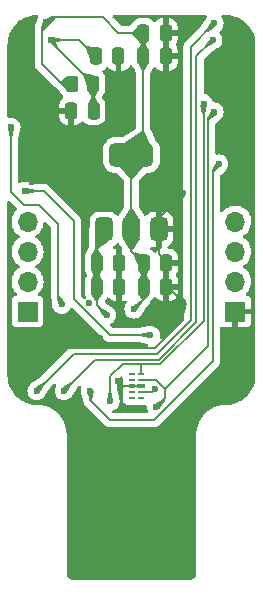
<source format=gbr>
%TF.GenerationSoftware,KiCad,Pcbnew,8.0.4*%
%TF.CreationDate,2024-09-01T23:06:17-05:00*%
%TF.ProjectId,Quick Hack,51756963-6b20-4486-9163-6b2e6b696361,rev?*%
%TF.SameCoordinates,Original*%
%TF.FileFunction,Copper,L2,Bot*%
%TF.FilePolarity,Positive*%
%FSLAX46Y46*%
G04 Gerber Fmt 4.6, Leading zero omitted, Abs format (unit mm)*
G04 Created by KiCad (PCBNEW 8.0.4) date 2024-09-01 23:06:17*
%MOMM*%
%LPD*%
G01*
G04 APERTURE LIST*
G04 Aperture macros list*
%AMRoundRect*
0 Rectangle with rounded corners*
0 $1 Rounding radius*
0 $2 $3 $4 $5 $6 $7 $8 $9 X,Y pos of 4 corners*
0 Add a 4 corners polygon primitive as box body*
4,1,4,$2,$3,$4,$5,$6,$7,$8,$9,$2,$3,0*
0 Add four circle primitives for the rounded corners*
1,1,$1+$1,$2,$3*
1,1,$1+$1,$4,$5*
1,1,$1+$1,$6,$7*
1,1,$1+$1,$8,$9*
0 Add four rect primitives between the rounded corners*
20,1,$1+$1,$2,$3,$4,$5,0*
20,1,$1+$1,$4,$5,$6,$7,0*
20,1,$1+$1,$6,$7,$8,$9,0*
20,1,$1+$1,$8,$9,$2,$3,0*%
G04 Aperture macros list end*
%TA.AperFunction,ComponentPad*%
%ADD10R,1.700000X1.700000*%
%TD*%
%TA.AperFunction,ComponentPad*%
%ADD11O,1.700000X1.700000*%
%TD*%
%TA.AperFunction,SMDPad,CuDef*%
%ADD12RoundRect,0.250000X-0.250000X-0.475000X0.250000X-0.475000X0.250000X0.475000X-0.250000X0.475000X0*%
%TD*%
%TA.AperFunction,SMDPad,CuDef*%
%ADD13R,0.625000X0.250000*%
%TD*%
%TA.AperFunction,SMDPad,CuDef*%
%ADD14R,0.700000X0.450000*%
%TD*%
%TA.AperFunction,SMDPad,CuDef*%
%ADD15R,0.575000X0.450000*%
%TD*%
%TA.AperFunction,SMDPad,CuDef*%
%ADD16RoundRect,0.250000X0.262500X0.450000X-0.262500X0.450000X-0.262500X-0.450000X0.262500X-0.450000X0*%
%TD*%
%TA.AperFunction,SMDPad,CuDef*%
%ADD17RoundRect,0.250000X0.250000X0.475000X-0.250000X0.475000X-0.250000X-0.475000X0.250000X-0.475000X0*%
%TD*%
%TA.AperFunction,SMDPad,CuDef*%
%ADD18RoundRect,0.375000X0.375000X-0.625000X0.375000X0.625000X-0.375000X0.625000X-0.375000X-0.625000X0*%
%TD*%
%TA.AperFunction,SMDPad,CuDef*%
%ADD19RoundRect,0.500000X1.400000X-0.500000X1.400000X0.500000X-1.400000X0.500000X-1.400000X-0.500000X0*%
%TD*%
%TA.AperFunction,ViaPad*%
%ADD20C,0.600000*%
%TD*%
%TA.AperFunction,Conductor*%
%ADD21C,0.200000*%
%TD*%
G04 APERTURE END LIST*
D10*
%TO.P,J2,1,Pin_1*%
%TO.N,GND*%
X140600000Y-79800000D03*
D11*
%TO.P,J2,2,Pin_2*%
%TO.N,+3V3*%
X140600000Y-77260000D03*
%TO.P,J2,3,Pin_3*%
%TO.N,IO03*%
X140600000Y-74720000D03*
%TO.P,J2,4,Pin_4*%
%TO.N,IO02*%
X140600000Y-72180000D03*
%TD*%
D10*
%TO.P,J3,1,Pin_1*%
%TO.N,IO04*%
X123000000Y-79800000D03*
D11*
%TO.P,J3,2,Pin_2*%
%TO.N,IO05*%
X123000000Y-77260000D03*
%TO.P,J3,3,Pin_3*%
%TO.N,IO06*%
X123000000Y-74720000D03*
%TO.P,J3,4,Pin_4*%
%TO.N,IO07*%
X123000000Y-72180000D03*
%TD*%
D12*
%TO.P,C2,1*%
%TO.N,+5V*%
X128850000Y-75700000D03*
%TO.P,C2,2*%
%TO.N,GND*%
X130750000Y-75700000D03*
%TD*%
D13*
%TO.P,U4,1*%
%TO.N,USB_D+*%
X132637500Y-85100000D03*
%TO.P,U4,2*%
%TO.N,USB_D-*%
X132637500Y-85600000D03*
D14*
%TO.P,U4,3,VSS*%
%TO.N,GND*%
X132600000Y-86100000D03*
D13*
%TO.P,U4,4*%
%TO.N,+5V*%
X132637500Y-86600000D03*
%TO.P,U4,5*%
%TO.N,unconnected-(U4-Pad5)*%
X132637500Y-87100000D03*
%TO.P,U4,6,NC*%
%TO.N,unconnected-(U4-NC-Pad6)*%
X131862500Y-87100000D03*
%TO.P,U4,7,NC*%
%TO.N,unconnected-(U4-NC-Pad7)*%
X131862500Y-86600000D03*
D15*
%TO.P,U4,8,VSS*%
%TO.N,GND*%
X131837500Y-86100000D03*
D13*
%TO.P,U4,9,NC*%
%TO.N,unconnected-(U4-NC-Pad9)*%
X131862500Y-85600000D03*
%TO.P,U4,10,NC*%
%TO.N,unconnected-(U4-NC-Pad10)*%
X131862500Y-85100000D03*
%TD*%
D12*
%TO.P,C4,1*%
%TO.N,+3V3*%
X132850000Y-77700000D03*
%TO.P,C4,2*%
%TO.N,GND*%
X134750000Y-77700000D03*
%TD*%
%TO.P,C1,1*%
%TO.N,+5V*%
X128850000Y-77700000D03*
%TO.P,C1,2*%
%TO.N,GND*%
X130750000Y-77700000D03*
%TD*%
%TO.P,C6,1*%
%TO.N,+3V3*%
X132800000Y-58200000D03*
%TO.P,C6,2*%
%TO.N,GND*%
X134700000Y-58200000D03*
%TD*%
D16*
%TO.P,R3,1*%
%TO.N,RESET*%
X128562500Y-60500000D03*
%TO.P,R3,2*%
%TO.N,+3V3*%
X126737500Y-60500000D03*
%TD*%
D17*
%TO.P,C9,1*%
%TO.N,RESET*%
X128600000Y-62800000D03*
%TO.P,C9,2*%
%TO.N,GND*%
X126700000Y-62800000D03*
%TD*%
D12*
%TO.P,C3,1*%
%TO.N,RESET*%
X128800000Y-58200000D03*
%TO.P,C3,2*%
%TO.N,GND*%
X130700000Y-58200000D03*
%TD*%
%TO.P,C5,1*%
%TO.N,+3V3*%
X132850000Y-75700000D03*
%TO.P,C5,2*%
%TO.N,GND*%
X134750000Y-75700000D03*
%TD*%
D18*
%TO.P,U1,1,GND*%
%TO.N,GND*%
X134100000Y-72850000D03*
%TO.P,U1,2,VO*%
%TO.N,+3V3*%
X131800000Y-72850000D03*
D19*
X131800000Y-66550000D03*
D18*
%TO.P,U1,3,VI*%
%TO.N,+5V*%
X129500000Y-72850000D03*
%TD*%
D12*
%TO.P,C8,1*%
%TO.N,+3V3*%
X132800000Y-56200000D03*
%TO.P,C8,2*%
%TO.N,GND*%
X134700000Y-56200000D03*
%TD*%
D20*
%TO.N,+5V*%
X129700000Y-80100000D03*
X133798680Y-86350000D03*
%TO.N,GND*%
X130700000Y-85700000D03*
X136200000Y-69800000D03*
X129100000Y-82000000D03*
X122000000Y-84000000D03*
X123400000Y-68800000D03*
X130400000Y-61500000D03*
X136200000Y-79000000D03*
X128200000Y-79100000D03*
X130400000Y-62600000D03*
X130400000Y-60400000D03*
%TO.N,RESET*%
X125000000Y-56800000D03*
%TO.N,+3V3*%
X124600000Y-55300000D03*
X132000000Y-79600000D03*
%TO.N,BOOT*%
X122800000Y-69600000D03*
X133400000Y-81800000D03*
%TO.N,IO08*%
X125900000Y-79200000D03*
X121600000Y-64200000D03*
%TO.N,USB_D-*%
X138800000Y-62900000D03*
X133900000Y-87900000D03*
%TO.N,USB_D+*%
X137900000Y-62200000D03*
X130000000Y-87400000D03*
%TO.N,Net-(U2-GPIO10)*%
X128300000Y-86500000D03*
X139200000Y-67300000D03*
%TO.N,Net-(U2-GPIO0{slash}ADC1_CH0{slash}XTAL_32K_P)*%
X123800000Y-86500000D03*
X138800000Y-55400000D03*
%TO.N,Net-(U2-GPIO1{slash}ADC1_CH1{slash}XTAL_32K_N)*%
X138700000Y-56800000D03*
X126100000Y-86500000D03*
%TD*%
D21*
%TO.N,+5V*%
X128850000Y-77700000D02*
X128850000Y-75700000D01*
X128850000Y-79250000D02*
X128850000Y-77700000D01*
X132637500Y-86600000D02*
X133548680Y-86600000D01*
X128850000Y-75700000D02*
X128850000Y-73500000D01*
X129700000Y-80100000D02*
X128850000Y-79250000D01*
X133548680Y-86600000D02*
X133798680Y-86350000D01*
X128850000Y-73500000D02*
X129500000Y-72850000D01*
%TO.N,GND*%
X133800000Y-82900000D02*
X136200000Y-80500000D01*
X134100000Y-72850000D02*
X134100000Y-71900000D01*
X134900000Y-77700000D02*
X136200000Y-79000000D01*
X136200000Y-80500000D02*
X136200000Y-79000000D01*
X134750000Y-75550000D02*
X134100000Y-74900000D01*
X132600000Y-86100000D02*
X131837500Y-86100000D01*
X134750000Y-75700000D02*
X134750000Y-75550000D01*
X134100000Y-74900000D02*
X134100000Y-72850000D01*
X134750000Y-77700000D02*
X134750000Y-75700000D01*
X134100000Y-71900000D02*
X136200000Y-69800000D01*
X123100000Y-82900000D02*
X133800000Y-82900000D01*
X134750000Y-77700000D02*
X134900000Y-77700000D01*
X131837500Y-86100000D02*
X131100000Y-86100000D01*
X122000000Y-84000000D02*
X123100000Y-82900000D01*
X131100000Y-86100000D02*
X130700000Y-85700000D01*
%TO.N,RESET*%
X128562500Y-62762500D02*
X128600000Y-62800000D01*
X127400000Y-56800000D02*
X128800000Y-58200000D01*
X128562500Y-60500000D02*
X125000000Y-56937500D01*
X125000000Y-56937500D02*
X125000000Y-56800000D01*
X125000000Y-56800000D02*
X127400000Y-56800000D01*
X128562500Y-60500000D02*
X128562500Y-62762500D01*
%TO.N,+3V3*%
X132850000Y-77700000D02*
X132850000Y-75700000D01*
X132850000Y-78750000D02*
X132850000Y-77700000D01*
X132800000Y-65550000D02*
X132800000Y-58200000D01*
X131800000Y-72850000D02*
X131800000Y-74650000D01*
X124600000Y-55300000D02*
X125000000Y-54900000D01*
X124200000Y-55700000D02*
X124600000Y-55300000D01*
X131800000Y-66550000D02*
X132800000Y-65550000D01*
X132000000Y-79600000D02*
X132850000Y-78750000D01*
X132800000Y-56200000D02*
X132800000Y-58200000D01*
X124200000Y-58800000D02*
X124200000Y-55700000D01*
X130662500Y-56200000D02*
X132800000Y-56200000D01*
X126737500Y-60500000D02*
X125900000Y-60500000D01*
X131800000Y-72850000D02*
X131800000Y-66550000D01*
X129362500Y-54900000D02*
X130662500Y-56200000D01*
X125900000Y-60500000D02*
X124200000Y-58800000D01*
X125000000Y-54900000D02*
X129362500Y-54900000D01*
X131800000Y-74650000D02*
X132850000Y-75700000D01*
%TO.N,BOOT*%
X126900000Y-72100000D02*
X124400000Y-69600000D01*
X133400000Y-81800000D02*
X130000000Y-81800000D01*
X130000000Y-81800000D02*
X126900000Y-78700000D01*
X126900000Y-78700000D02*
X126900000Y-72100000D01*
X124400000Y-69600000D02*
X122800000Y-69600000D01*
%TO.N,IO08*%
X121600000Y-64200000D02*
X121600000Y-69700000D01*
X121600000Y-69700000D02*
X122700000Y-70800000D01*
X125600000Y-78500000D02*
X125900000Y-78800000D01*
X122700000Y-70800000D02*
X124000000Y-70800000D01*
X124000000Y-70800000D02*
X125600000Y-72400000D01*
X125900000Y-78800000D02*
X125900000Y-79200000D01*
X125600000Y-72400000D02*
X125600000Y-78500000D01*
%TO.N,USB_D-*%
X138300000Y-82700000D02*
X138300000Y-65000000D01*
X134650000Y-87150000D02*
X134650000Y-86350000D01*
X138300000Y-63400000D02*
X138800000Y-62900000D01*
X133900000Y-87900000D02*
X134650000Y-87150000D01*
X138300000Y-65000000D02*
X138300000Y-63400000D01*
X133900000Y-85600000D02*
X134650000Y-86350000D01*
X132637500Y-85600000D02*
X133900000Y-85600000D01*
X134650000Y-86350000D02*
X138300000Y-82700000D01*
%TO.N,USB_D+*%
X132637500Y-84287500D02*
X132600000Y-84250000D01*
X130000000Y-87400000D02*
X130000000Y-85300000D01*
X132637500Y-85100000D02*
X132637500Y-84287500D01*
X132600000Y-84250000D02*
X134244975Y-84250000D01*
X134244975Y-84250000D02*
X137900000Y-80594975D01*
X137900000Y-80594975D02*
X137900000Y-62200000D01*
X130000000Y-85300000D02*
X131050000Y-84250000D01*
X131050000Y-84250000D02*
X132600000Y-84250000D01*
%TO.N,Net-(U2-GPIO10)*%
X138700000Y-67800000D02*
X138700000Y-84000000D01*
X128300000Y-87300000D02*
X128300000Y-86500000D01*
X130000000Y-89000000D02*
X128300000Y-87300000D01*
X138700000Y-84000000D02*
X133700000Y-89000000D01*
X133700000Y-89000000D02*
X130000000Y-89000000D01*
X139200000Y-67300000D02*
X138700000Y-67800000D01*
%TO.N,Net-(U2-GPIO0{slash}ADC1_CH0{slash}XTAL_32K_P)*%
X136800000Y-57400000D02*
X138800000Y-55400000D01*
X136800000Y-80550000D02*
X136800000Y-57400000D01*
X126900000Y-83400000D02*
X133950000Y-83400000D01*
X133950000Y-83400000D02*
X136800000Y-80550000D01*
X123800000Y-86500000D02*
X126900000Y-83400000D01*
%TO.N,Net-(U2-GPIO1{slash}ADC1_CH1{slash}XTAL_32K_N)*%
X128700000Y-83900000D02*
X134100000Y-83900000D01*
X137300000Y-80700000D02*
X137300000Y-58200000D01*
X137300000Y-58200000D02*
X138700000Y-56800000D01*
X126100000Y-86500000D02*
X128700000Y-83900000D01*
X134100000Y-83900000D02*
X137300000Y-80700000D01*
%TD*%
%TA.AperFunction,Conductor*%
%TO.N,GND*%
G36*
X139803736Y-54700726D02*
G01*
X140093796Y-54718271D01*
X140108657Y-54720075D01*
X140372643Y-54768453D01*
X140390798Y-54771780D01*
X140405335Y-54775363D01*
X140679172Y-54860695D01*
X140693163Y-54866000D01*
X140954743Y-54983727D01*
X140967989Y-54990680D01*
X141213465Y-55139075D01*
X141225776Y-55147573D01*
X141451573Y-55324473D01*
X141462781Y-55334403D01*
X141665596Y-55537218D01*
X141675526Y-55548426D01*
X141699674Y-55579249D01*
X141833074Y-55749522D01*
X141852422Y-55774217D01*
X141860926Y-55786537D01*
X142009316Y-56032004D01*
X142016275Y-56045263D01*
X142133997Y-56306831D01*
X142139306Y-56320832D01*
X142224635Y-56594663D01*
X142228219Y-56609201D01*
X142279923Y-56891340D01*
X142281728Y-56906205D01*
X142299274Y-57196263D01*
X142299500Y-57203750D01*
X142299500Y-85196249D01*
X142299274Y-85203736D01*
X142281728Y-85493794D01*
X142279923Y-85508659D01*
X142228219Y-85790798D01*
X142224635Y-85805336D01*
X142139306Y-86079167D01*
X142133997Y-86093168D01*
X142016275Y-86354736D01*
X142009316Y-86367995D01*
X141860928Y-86613459D01*
X141852422Y-86625782D01*
X141675526Y-86851573D01*
X141665596Y-86862781D01*
X141462781Y-87065596D01*
X141451573Y-87075526D01*
X141225782Y-87252422D01*
X141213459Y-87260928D01*
X140967995Y-87409316D01*
X140954736Y-87416275D01*
X140693168Y-87533997D01*
X140679167Y-87539306D01*
X140405336Y-87624635D01*
X140390798Y-87628219D01*
X140108659Y-87679923D01*
X140093794Y-87681728D01*
X139803736Y-87699274D01*
X139796249Y-87699500D01*
X139648746Y-87699500D01*
X139498598Y-87717731D01*
X139348449Y-87735963D01*
X139229602Y-87765255D01*
X139054727Y-87808358D01*
X138771882Y-87915628D01*
X138504035Y-88056206D01*
X138504026Y-88056212D01*
X138255078Y-88228047D01*
X138255072Y-88228052D01*
X138028648Y-88428646D01*
X138028646Y-88428648D01*
X137828052Y-88655072D01*
X137828047Y-88655078D01*
X137656212Y-88904026D01*
X137656206Y-88904035D01*
X137515628Y-89171882D01*
X137408358Y-89454727D01*
X137378200Y-89577085D01*
X137335963Y-89748449D01*
X137321377Y-89868568D01*
X137299500Y-90048745D01*
X137299500Y-101993038D01*
X137298720Y-102006923D01*
X137288540Y-102097264D01*
X137282362Y-102124333D01*
X137254648Y-102203537D01*
X137242600Y-102228555D01*
X137197957Y-102299604D01*
X137180644Y-102321313D01*
X137121313Y-102380644D01*
X137099604Y-102397957D01*
X137028555Y-102442600D01*
X137003537Y-102454648D01*
X136924333Y-102482362D01*
X136897264Y-102488540D01*
X136817075Y-102497576D01*
X136806921Y-102498720D01*
X136793038Y-102499500D01*
X126806962Y-102499500D01*
X126793078Y-102498720D01*
X126780553Y-102497308D01*
X126702735Y-102488540D01*
X126675666Y-102482362D01*
X126596462Y-102454648D01*
X126571444Y-102442600D01*
X126500395Y-102397957D01*
X126478686Y-102380644D01*
X126419355Y-102321313D01*
X126402042Y-102299604D01*
X126357399Y-102228555D01*
X126345351Y-102203537D01*
X126317637Y-102124333D01*
X126311459Y-102097263D01*
X126301280Y-102006922D01*
X126300500Y-101993038D01*
X126300500Y-90048745D01*
X126292235Y-89980680D01*
X126264037Y-89748449D01*
X126191643Y-89454734D01*
X126191642Y-89454731D01*
X126191641Y-89454727D01*
X126084371Y-89171882D01*
X125943793Y-88904035D01*
X125943787Y-88904026D01*
X125771952Y-88655078D01*
X125771947Y-88655072D01*
X125571353Y-88428648D01*
X125571351Y-88428646D01*
X125344927Y-88228052D01*
X125344921Y-88228047D01*
X125095973Y-88056212D01*
X125095964Y-88056206D01*
X124828117Y-87915628D01*
X124545272Y-87808358D01*
X124429820Y-87779902D01*
X124251551Y-87735963D01*
X124071371Y-87714085D01*
X123951254Y-87699500D01*
X123951252Y-87699500D01*
X123803751Y-87699500D01*
X123796264Y-87699274D01*
X123506205Y-87681728D01*
X123491340Y-87679923D01*
X123209201Y-87628219D01*
X123194663Y-87624635D01*
X122920832Y-87539306D01*
X122906831Y-87533997D01*
X122645263Y-87416275D01*
X122632004Y-87409316D01*
X122616587Y-87399996D01*
X122386537Y-87260926D01*
X122374217Y-87252422D01*
X122340222Y-87225789D01*
X122170850Y-87093094D01*
X122148426Y-87075526D01*
X122137218Y-87065596D01*
X121934403Y-86862781D01*
X121924473Y-86851573D01*
X121862815Y-86772872D01*
X121747573Y-86625776D01*
X121739075Y-86613465D01*
X121590680Y-86367989D01*
X121583727Y-86354743D01*
X121466000Y-86093163D01*
X121460693Y-86079167D01*
X121435318Y-85997737D01*
X121375363Y-85805335D01*
X121371780Y-85790798D01*
X121342455Y-85630777D01*
X121320075Y-85508657D01*
X121318271Y-85493794D01*
X121314238Y-85427127D01*
X121300726Y-85203736D01*
X121300500Y-85196249D01*
X121300500Y-70549097D01*
X121320185Y-70482058D01*
X121372989Y-70436303D01*
X121442147Y-70426359D01*
X121505703Y-70455384D01*
X121512181Y-70461416D01*
X122072753Y-71021988D01*
X122106238Y-71083311D01*
X122101254Y-71153003D01*
X122072753Y-71197350D01*
X121961505Y-71308597D01*
X121825965Y-71502169D01*
X121825964Y-71502171D01*
X121726098Y-71716335D01*
X121726094Y-71716344D01*
X121664938Y-71944586D01*
X121664936Y-71944596D01*
X121644341Y-72179999D01*
X121644341Y-72180000D01*
X121664936Y-72415403D01*
X121664938Y-72415413D01*
X121726094Y-72643655D01*
X121726096Y-72643659D01*
X121726097Y-72643663D01*
X121752413Y-72700097D01*
X121825965Y-72857830D01*
X121825967Y-72857834D01*
X121889934Y-72949187D01*
X121961501Y-73051396D01*
X121961506Y-73051402D01*
X122128597Y-73218493D01*
X122128603Y-73218498D01*
X122314158Y-73348425D01*
X122357783Y-73403002D01*
X122364977Y-73472500D01*
X122333454Y-73534855D01*
X122314158Y-73551575D01*
X122128597Y-73681505D01*
X121961505Y-73848597D01*
X121825965Y-74042169D01*
X121825964Y-74042171D01*
X121726098Y-74256335D01*
X121726094Y-74256344D01*
X121664938Y-74484586D01*
X121664936Y-74484596D01*
X121644341Y-74719999D01*
X121644341Y-74720000D01*
X121664936Y-74955403D01*
X121664938Y-74955413D01*
X121726094Y-75183655D01*
X121726096Y-75183659D01*
X121726097Y-75183663D01*
X121732414Y-75197209D01*
X121825965Y-75397830D01*
X121825967Y-75397834D01*
X121870341Y-75461206D01*
X121961501Y-75591396D01*
X121961506Y-75591402D01*
X122128597Y-75758493D01*
X122128603Y-75758498D01*
X122314158Y-75888425D01*
X122357783Y-75943002D01*
X122364977Y-76012500D01*
X122333454Y-76074855D01*
X122314158Y-76091575D01*
X122128597Y-76221505D01*
X121961505Y-76388597D01*
X121825965Y-76582169D01*
X121825964Y-76582171D01*
X121726098Y-76796335D01*
X121726094Y-76796344D01*
X121664938Y-77024586D01*
X121664936Y-77024596D01*
X121644341Y-77259999D01*
X121644341Y-77260000D01*
X121664936Y-77495403D01*
X121664938Y-77495413D01*
X121726094Y-77723655D01*
X121726096Y-77723659D01*
X121726097Y-77723663D01*
X121825965Y-77937830D01*
X121825967Y-77937834D01*
X121889934Y-78029187D01*
X121961501Y-78131396D01*
X121961506Y-78131402D01*
X122083430Y-78253326D01*
X122116915Y-78314649D01*
X122111931Y-78384341D01*
X122070059Y-78440274D01*
X122039083Y-78457189D01*
X121907669Y-78506203D01*
X121907664Y-78506206D01*
X121792455Y-78592452D01*
X121792452Y-78592455D01*
X121706206Y-78707664D01*
X121706202Y-78707671D01*
X121655908Y-78842517D01*
X121649501Y-78902116D01*
X121649501Y-78902123D01*
X121649500Y-78902135D01*
X121649500Y-80697870D01*
X121649501Y-80697876D01*
X121655908Y-80757483D01*
X121706202Y-80892328D01*
X121706206Y-80892335D01*
X121792452Y-81007544D01*
X121792455Y-81007547D01*
X121907664Y-81093793D01*
X121907671Y-81093797D01*
X122042517Y-81144091D01*
X122042516Y-81144091D01*
X122049444Y-81144835D01*
X122102127Y-81150500D01*
X123897872Y-81150499D01*
X123957483Y-81144091D01*
X124092331Y-81093796D01*
X124207546Y-81007546D01*
X124293796Y-80892331D01*
X124344091Y-80757483D01*
X124350500Y-80697873D01*
X124350499Y-78902128D01*
X124344091Y-78842517D01*
X124316042Y-78767315D01*
X124293797Y-78707671D01*
X124293793Y-78707664D01*
X124207547Y-78592455D01*
X124207544Y-78592452D01*
X124092335Y-78506206D01*
X124092328Y-78506202D01*
X123960917Y-78457189D01*
X123904983Y-78415318D01*
X123880566Y-78349853D01*
X123895418Y-78281580D01*
X123916563Y-78253332D01*
X124038495Y-78131401D01*
X124174035Y-77937830D01*
X124273903Y-77723663D01*
X124335063Y-77495408D01*
X124355659Y-77260000D01*
X124335063Y-77024592D01*
X124273903Y-76796337D01*
X124174035Y-76582171D01*
X124138999Y-76532133D01*
X124038494Y-76388597D01*
X123871402Y-76221506D01*
X123871396Y-76221501D01*
X123685842Y-76091575D01*
X123642217Y-76036998D01*
X123635023Y-75967500D01*
X123666546Y-75905145D01*
X123685842Y-75888425D01*
X123708026Y-75872891D01*
X123871401Y-75758495D01*
X124038495Y-75591401D01*
X124174035Y-75397830D01*
X124273903Y-75183663D01*
X124335063Y-74955408D01*
X124355659Y-74720000D01*
X124335063Y-74484592D01*
X124273903Y-74256337D01*
X124174035Y-74042171D01*
X124168243Y-74033898D01*
X124038494Y-73848597D01*
X123871402Y-73681506D01*
X123871396Y-73681501D01*
X123685842Y-73551575D01*
X123642217Y-73496998D01*
X123635023Y-73427500D01*
X123666546Y-73365145D01*
X123685842Y-73348425D01*
X123708026Y-73332891D01*
X123871401Y-73218495D01*
X124038495Y-73051401D01*
X124174035Y-72857830D01*
X124273903Y-72643663D01*
X124335063Y-72415408D01*
X124346570Y-72283884D01*
X124372021Y-72218818D01*
X124428612Y-72177839D01*
X124498374Y-72173961D01*
X124557778Y-72207013D01*
X124963181Y-72612416D01*
X124996666Y-72673739D01*
X124999500Y-72700097D01*
X124999500Y-78413330D01*
X124999499Y-78413348D01*
X124999499Y-78420943D01*
X124999499Y-78579057D01*
X125025604Y-78676482D01*
X125035058Y-78711765D01*
X125038505Y-78729999D01*
X125082185Y-79118716D01*
X125096500Y-79246114D01*
X125099935Y-79271055D01*
X125099938Y-79271068D01*
X125100255Y-79272077D01*
X125105180Y-79295371D01*
X125114630Y-79379250D01*
X125114631Y-79379254D01*
X125174211Y-79549523D01*
X125204507Y-79597738D01*
X125270184Y-79702262D01*
X125397738Y-79829816D01*
X125455048Y-79865826D01*
X125542450Y-79920745D01*
X125550478Y-79925789D01*
X125618306Y-79949523D01*
X125720745Y-79985368D01*
X125720750Y-79985369D01*
X125899996Y-80005565D01*
X125900000Y-80005565D01*
X125900004Y-80005565D01*
X126079249Y-79985369D01*
X126079252Y-79985368D01*
X126079255Y-79985368D01*
X126249522Y-79925789D01*
X126402262Y-79829816D01*
X126529816Y-79702262D01*
X126625789Y-79549522D01*
X126631762Y-79532449D01*
X126672482Y-79475674D01*
X126737434Y-79449924D01*
X126805996Y-79463379D01*
X126836486Y-79485721D01*
X129515139Y-82164374D01*
X129515149Y-82164385D01*
X129519479Y-82168715D01*
X129519480Y-82168716D01*
X129631284Y-82280520D01*
X129718095Y-82330639D01*
X129718097Y-82330641D01*
X129756151Y-82352611D01*
X129768215Y-82359577D01*
X129920943Y-82400501D01*
X129920946Y-82400501D01*
X130086653Y-82400501D01*
X130086669Y-82400500D01*
X132407709Y-82400500D01*
X132435001Y-82403541D01*
X133104235Y-82554541D01*
X133165298Y-82588498D01*
X133198309Y-82650078D01*
X133192787Y-82719729D01*
X133150485Y-82775337D01*
X133084835Y-82799249D01*
X133076943Y-82799500D01*
X126986669Y-82799500D01*
X126986653Y-82799499D01*
X126979057Y-82799499D01*
X126820943Y-82799499D01*
X126713587Y-82828265D01*
X126668210Y-82840424D01*
X126668209Y-82840425D01*
X126618096Y-82869359D01*
X126618095Y-82869360D01*
X126574689Y-82894420D01*
X126531285Y-82919479D01*
X126531282Y-82919481D01*
X126419478Y-83031286D01*
X124077047Y-85373716D01*
X124055599Y-85390864D01*
X123423479Y-85790247D01*
X123414926Y-85795772D01*
X123413415Y-85796921D01*
X123404370Y-85803181D01*
X123297741Y-85870181D01*
X123297739Y-85870182D01*
X123170184Y-85997737D01*
X123074211Y-86150476D01*
X123014631Y-86320745D01*
X123014630Y-86320750D01*
X122994435Y-86499996D01*
X122994435Y-86500003D01*
X123014630Y-86679249D01*
X123014631Y-86679254D01*
X123074211Y-86849523D01*
X123122977Y-86927133D01*
X123170184Y-87002262D01*
X123297738Y-87129816D01*
X123388080Y-87186582D01*
X123442450Y-87220745D01*
X123450478Y-87225789D01*
X123585045Y-87272876D01*
X123620745Y-87285368D01*
X123620750Y-87285369D01*
X123799996Y-87305565D01*
X123800000Y-87305565D01*
X123800004Y-87305565D01*
X123979249Y-87285369D01*
X123979252Y-87285368D01*
X123979255Y-87285368D01*
X124149522Y-87225789D01*
X124302262Y-87129816D01*
X124429816Y-87002262D01*
X124501449Y-86888256D01*
X124507347Y-86880241D01*
X124507127Y-86880079D01*
X124509755Y-86876510D01*
X124509761Y-86876504D01*
X124909128Y-86244403D01*
X124926269Y-86222964D01*
X125230781Y-85918452D01*
X125292102Y-85884969D01*
X125361794Y-85889953D01*
X125417727Y-85931825D01*
X125442144Y-85997289D01*
X125427292Y-86065562D01*
X125423454Y-86072107D01*
X125374211Y-86150476D01*
X125314631Y-86320745D01*
X125314630Y-86320750D01*
X125294435Y-86499996D01*
X125294435Y-86500003D01*
X125314630Y-86679249D01*
X125314631Y-86679254D01*
X125374211Y-86849523D01*
X125422977Y-86927133D01*
X125470184Y-87002262D01*
X125597738Y-87129816D01*
X125688080Y-87186582D01*
X125742450Y-87220745D01*
X125750478Y-87225789D01*
X125885045Y-87272876D01*
X125920745Y-87285368D01*
X125920750Y-87285369D01*
X126099996Y-87305565D01*
X126100000Y-87305565D01*
X126100004Y-87305565D01*
X126279249Y-87285369D01*
X126279252Y-87285368D01*
X126279255Y-87285368D01*
X126449522Y-87225789D01*
X126602262Y-87129816D01*
X126729816Y-87002262D01*
X126801449Y-86888256D01*
X126807347Y-86880241D01*
X126807127Y-86880079D01*
X126809755Y-86876510D01*
X126809761Y-86876504D01*
X127209128Y-86244403D01*
X127226269Y-86222964D01*
X127338322Y-86110911D01*
X127399643Y-86077428D01*
X127469335Y-86082412D01*
X127525268Y-86124284D01*
X127549685Y-86189748D01*
X127543043Y-86239548D01*
X127514632Y-86320742D01*
X127514630Y-86320750D01*
X127494435Y-86499996D01*
X127494435Y-86500003D01*
X127514631Y-86679253D01*
X127514631Y-86679254D01*
X127538464Y-86747368D01*
X127543401Y-86766026D01*
X127547019Y-86785826D01*
X127693066Y-87221394D01*
X127699499Y-87260814D01*
X127699499Y-87379054D01*
X127699498Y-87379054D01*
X127740423Y-87531786D01*
X127741700Y-87533997D01*
X127744765Y-87539306D01*
X127745563Y-87540687D01*
X127745565Y-87540691D01*
X127819477Y-87668712D01*
X127819481Y-87668717D01*
X127938349Y-87787585D01*
X127938355Y-87787590D01*
X129515139Y-89364374D01*
X129515149Y-89364385D01*
X129519479Y-89368715D01*
X129519480Y-89368716D01*
X129631284Y-89480520D01*
X129718095Y-89530639D01*
X129718097Y-89530641D01*
X129756151Y-89552611D01*
X129768215Y-89559577D01*
X129920943Y-89600500D01*
X133613331Y-89600500D01*
X133613347Y-89600501D01*
X133620943Y-89600501D01*
X133779054Y-89600501D01*
X133779057Y-89600501D01*
X133931785Y-89559577D01*
X133981904Y-89530639D01*
X134068716Y-89480520D01*
X134180520Y-89368716D01*
X134180520Y-89368714D01*
X134190728Y-89358507D01*
X134190730Y-89358504D01*
X139068713Y-84480521D01*
X139068716Y-84480520D01*
X139180520Y-84368716D01*
X139230639Y-84281904D01*
X139259577Y-84231785D01*
X139300501Y-84079057D01*
X139300501Y-83920943D01*
X139300501Y-83913348D01*
X139300500Y-83913330D01*
X139300500Y-81185807D01*
X139320185Y-81118768D01*
X139372989Y-81073013D01*
X139442147Y-81063069D01*
X139498814Y-81086542D01*
X139507913Y-81093354D01*
X139642620Y-81143596D01*
X139642627Y-81143598D01*
X139702155Y-81149999D01*
X139702172Y-81150000D01*
X140350000Y-81150000D01*
X140350000Y-80233012D01*
X140407007Y-80265925D01*
X140534174Y-80300000D01*
X140665826Y-80300000D01*
X140792993Y-80265925D01*
X140850000Y-80233012D01*
X140850000Y-81150000D01*
X141497828Y-81150000D01*
X141497844Y-81149999D01*
X141557372Y-81143598D01*
X141557379Y-81143596D01*
X141692086Y-81093354D01*
X141692093Y-81093350D01*
X141807187Y-81007190D01*
X141807190Y-81007187D01*
X141893350Y-80892093D01*
X141893354Y-80892086D01*
X141943596Y-80757379D01*
X141943598Y-80757372D01*
X141949999Y-80697844D01*
X141950000Y-80697827D01*
X141950000Y-80050000D01*
X141033012Y-80050000D01*
X141065925Y-79992993D01*
X141100000Y-79865826D01*
X141100000Y-79734174D01*
X141065925Y-79607007D01*
X141033012Y-79550000D01*
X141950000Y-79550000D01*
X141950000Y-78902172D01*
X141949999Y-78902155D01*
X141943598Y-78842627D01*
X141943596Y-78842620D01*
X141893354Y-78707913D01*
X141893350Y-78707906D01*
X141807190Y-78592812D01*
X141807187Y-78592809D01*
X141692093Y-78506649D01*
X141692088Y-78506646D01*
X141560528Y-78457577D01*
X141504595Y-78415705D01*
X141480178Y-78350241D01*
X141495030Y-78281968D01*
X141516175Y-78253720D01*
X141638495Y-78131401D01*
X141774035Y-77937830D01*
X141873903Y-77723663D01*
X141935063Y-77495408D01*
X141955659Y-77260000D01*
X141935063Y-77024592D01*
X141873903Y-76796337D01*
X141774035Y-76582171D01*
X141738999Y-76532133D01*
X141638494Y-76388597D01*
X141471402Y-76221506D01*
X141471396Y-76221501D01*
X141285842Y-76091575D01*
X141242217Y-76036998D01*
X141235023Y-75967500D01*
X141266546Y-75905145D01*
X141285842Y-75888425D01*
X141308026Y-75872891D01*
X141471401Y-75758495D01*
X141638495Y-75591401D01*
X141774035Y-75397830D01*
X141873903Y-75183663D01*
X141935063Y-74955408D01*
X141955659Y-74720000D01*
X141935063Y-74484592D01*
X141873903Y-74256337D01*
X141774035Y-74042171D01*
X141768243Y-74033898D01*
X141638494Y-73848597D01*
X141471402Y-73681506D01*
X141471396Y-73681501D01*
X141285842Y-73551575D01*
X141242217Y-73496998D01*
X141235023Y-73427500D01*
X141266546Y-73365145D01*
X141285842Y-73348425D01*
X141308026Y-73332891D01*
X141471401Y-73218495D01*
X141638495Y-73051401D01*
X141774035Y-72857830D01*
X141873903Y-72643663D01*
X141935063Y-72415408D01*
X141955659Y-72180000D01*
X141955576Y-72179057D01*
X141935063Y-71944596D01*
X141935063Y-71944592D01*
X141883112Y-71750707D01*
X141873905Y-71716344D01*
X141873904Y-71716343D01*
X141873903Y-71716337D01*
X141774035Y-71502171D01*
X141760885Y-71483390D01*
X141638494Y-71308597D01*
X141471402Y-71141506D01*
X141471395Y-71141501D01*
X141277834Y-71005967D01*
X141277830Y-71005965D01*
X141148214Y-70945524D01*
X141063663Y-70906097D01*
X141063659Y-70906096D01*
X141063655Y-70906094D01*
X140835413Y-70844938D01*
X140835403Y-70844936D01*
X140600001Y-70824341D01*
X140599999Y-70824341D01*
X140364596Y-70844936D01*
X140364586Y-70844938D01*
X140136344Y-70906094D01*
X140136337Y-70906096D01*
X140136337Y-70906097D01*
X140122816Y-70912401D01*
X139922171Y-71005964D01*
X139922169Y-71005965D01*
X139728597Y-71141505D01*
X139561504Y-71308598D01*
X139526074Y-71359198D01*
X139471497Y-71402823D01*
X139401999Y-71410015D01*
X139339644Y-71378493D01*
X139304231Y-71318262D01*
X139300500Y-71288074D01*
X139300500Y-68302857D01*
X139320185Y-68235818D01*
X139347907Y-68205340D01*
X139679447Y-67944951D01*
X139690056Y-67937484D01*
X139702262Y-67929816D01*
X139711603Y-67920473D01*
X139719886Y-67912908D01*
X139736610Y-67898969D01*
X139737637Y-67898061D01*
X139795674Y-67837451D01*
X139795675Y-67837448D01*
X139798584Y-67834411D01*
X139804921Y-67827155D01*
X139829816Y-67802262D01*
X139925789Y-67649522D01*
X139985368Y-67479255D01*
X139991701Y-67423049D01*
X140005565Y-67300003D01*
X140005565Y-67299996D01*
X139985369Y-67120750D01*
X139985368Y-67120745D01*
X139925788Y-66950476D01*
X139829815Y-66797737D01*
X139702262Y-66670184D01*
X139549523Y-66574211D01*
X139379254Y-66514631D01*
X139379249Y-66514630D01*
X139200004Y-66494435D01*
X139199996Y-66494435D01*
X139038383Y-66512644D01*
X138969561Y-66500589D01*
X138918182Y-66453240D01*
X138900500Y-66389424D01*
X138900500Y-63902857D01*
X138920185Y-63835818D01*
X138947907Y-63805340D01*
X139279447Y-63544951D01*
X139290056Y-63537484D01*
X139302262Y-63529816D01*
X139311603Y-63520473D01*
X139319886Y-63512908D01*
X139336610Y-63498969D01*
X139337637Y-63498061D01*
X139395674Y-63437451D01*
X139395675Y-63437448D01*
X139398584Y-63434411D01*
X139404921Y-63427155D01*
X139429816Y-63402262D01*
X139525789Y-63249522D01*
X139585368Y-63079255D01*
X139585369Y-63079249D01*
X139605565Y-62900003D01*
X139605565Y-62899996D01*
X139585369Y-62720750D01*
X139585368Y-62720745D01*
X139525788Y-62550476D01*
X139429815Y-62397737D01*
X139302262Y-62270184D01*
X139149523Y-62174211D01*
X138979254Y-62114631D01*
X138979249Y-62114630D01*
X138800004Y-62094435D01*
X138799136Y-62094435D01*
X138798595Y-62094276D01*
X138793081Y-62093655D01*
X138793189Y-62092688D01*
X138732097Y-62074750D01*
X138686342Y-62021946D01*
X138682094Y-62011389D01*
X138680166Y-62005880D01*
X138625789Y-61850478D01*
X138529816Y-61697738D01*
X138402262Y-61570184D01*
X138358541Y-61542712D01*
X138249521Y-61474210D01*
X138079249Y-61414630D01*
X138010616Y-61406897D01*
X137946202Y-61379830D01*
X137906647Y-61322235D01*
X137900500Y-61283677D01*
X137900500Y-58500096D01*
X137920185Y-58433057D01*
X137936815Y-58412419D01*
X138422964Y-57926269D01*
X138444403Y-57909128D01*
X139076504Y-57509761D01*
X139085010Y-57504266D01*
X139085018Y-57504258D01*
X139086482Y-57503146D01*
X139095556Y-57496862D01*
X139202262Y-57429816D01*
X139329816Y-57302262D01*
X139425789Y-57149522D01*
X139485368Y-56979255D01*
X139486342Y-56970613D01*
X139505565Y-56800003D01*
X139505565Y-56799996D01*
X139485369Y-56620750D01*
X139485368Y-56620745D01*
X139478749Y-56601830D01*
X139425789Y-56450478D01*
X139329816Y-56297738D01*
X139264595Y-56232517D01*
X139231110Y-56171194D01*
X139236094Y-56101502D01*
X139277966Y-56045569D01*
X139286307Y-56039841D01*
X139288562Y-56038424D01*
X139302262Y-56029816D01*
X139429816Y-55902262D01*
X139525789Y-55749522D01*
X139585368Y-55579255D01*
X139586107Y-55572700D01*
X139605565Y-55400003D01*
X139605565Y-55399996D01*
X139585369Y-55220750D01*
X139585368Y-55220745D01*
X139554416Y-55132289D01*
X139525789Y-55050478D01*
X139519321Y-55040185D01*
X139462955Y-54950478D01*
X139429816Y-54897738D01*
X139429815Y-54897737D01*
X139426111Y-54891842D01*
X139428409Y-54890397D01*
X139406659Y-54837151D01*
X139419401Y-54768453D01*
X139467261Y-54717550D01*
X139530012Y-54700500D01*
X139734108Y-54700500D01*
X139796249Y-54700500D01*
X139803736Y-54700726D01*
G37*
%TD.AperFunction*%
%TA.AperFunction,Conductor*%
G36*
X130971409Y-85280337D02*
G01*
X131027343Y-85322208D01*
X131051760Y-85387673D01*
X131051366Y-85409770D01*
X131049500Y-85427125D01*
X131049500Y-85772868D01*
X131049501Y-85772881D01*
X131051244Y-85789092D01*
X131051244Y-85815594D01*
X131050000Y-85827162D01*
X131050000Y-85875000D01*
X131065639Y-85890639D01*
X131094140Y-85934987D01*
X131106202Y-85967328D01*
X131106203Y-85967330D01*
X131149891Y-86025689D01*
X131174308Y-86091153D01*
X131159457Y-86159426D01*
X131149891Y-86174311D01*
X131106203Y-86232669D01*
X131106203Y-86232670D01*
X131094140Y-86265013D01*
X131065640Y-86309359D01*
X131050000Y-86324999D01*
X131050000Y-86372823D01*
X131050001Y-86372846D01*
X131051243Y-86384404D01*
X131051243Y-86410898D01*
X131049501Y-86427108D01*
X131049500Y-86427131D01*
X131049500Y-86772869D01*
X131049501Y-86772879D01*
X131056367Y-86836751D01*
X131056367Y-86863257D01*
X131055909Y-86867516D01*
X131055909Y-86867517D01*
X131049500Y-86927127D01*
X131049500Y-86927132D01*
X131049500Y-86927133D01*
X131049500Y-87272869D01*
X131049501Y-87272876D01*
X131055908Y-87332483D01*
X131106202Y-87467328D01*
X131106206Y-87467335D01*
X131192452Y-87582544D01*
X131192455Y-87582547D01*
X131307664Y-87668793D01*
X131307671Y-87668797D01*
X131352618Y-87685561D01*
X131442517Y-87719091D01*
X131502127Y-87725500D01*
X132222872Y-87725499D01*
X132236741Y-87724008D01*
X132263250Y-87724008D01*
X132277127Y-87725500D01*
X132975340Y-87725499D01*
X133042379Y-87745183D01*
X133088134Y-87797987D01*
X133098560Y-87863381D01*
X133094435Y-87899994D01*
X133094435Y-87900003D01*
X133114630Y-88079249D01*
X133114632Y-88079257D01*
X133168970Y-88234546D01*
X133172531Y-88304324D01*
X133137802Y-88364952D01*
X133075809Y-88397179D01*
X133051928Y-88399500D01*
X130300097Y-88399500D01*
X130233058Y-88379815D01*
X130212416Y-88363181D01*
X130211642Y-88362407D01*
X130178157Y-88301084D01*
X130183141Y-88231392D01*
X130225013Y-88175459D01*
X130258367Y-88157685D01*
X130313726Y-88138314D01*
X130349520Y-88125790D01*
X130349522Y-88125789D01*
X130502262Y-88029816D01*
X130629816Y-87902262D01*
X130725789Y-87749522D01*
X130785368Y-87579255D01*
X130789713Y-87540691D01*
X130805565Y-87400003D01*
X130805565Y-87399996D01*
X130785369Y-87220751D01*
X130785368Y-87220749D01*
X130785368Y-87220745D01*
X130773812Y-87187721D01*
X130768257Y-87165358D01*
X130768106Y-87164364D01*
X130768105Y-87164352D01*
X130630081Y-86552623D01*
X130603541Y-86434996D01*
X130600500Y-86407704D01*
X130600500Y-85600096D01*
X130620185Y-85533057D01*
X130636815Y-85512419D01*
X130840398Y-85308836D01*
X130901718Y-85275353D01*
X130971409Y-85280337D01*
G37*
%TD.AperFunction*%
%TA.AperFunction,Conductor*%
G36*
X138137026Y-54720185D02*
G01*
X138182781Y-54772989D01*
X138192725Y-54842147D01*
X138171806Y-54890532D01*
X138173889Y-54891841D01*
X138170184Y-54897738D01*
X138098553Y-55011736D01*
X138092648Y-55019777D01*
X138092861Y-55019934D01*
X138090235Y-55023498D01*
X137690868Y-55655595D01*
X137673720Y-55677043D01*
X136431286Y-56919478D01*
X136319481Y-57031282D01*
X136319477Y-57031287D01*
X136277196Y-57104522D01*
X136240424Y-57168211D01*
X136240423Y-57168212D01*
X136216808Y-57256345D01*
X136199499Y-57320943D01*
X136199499Y-57320945D01*
X136199499Y-57489046D01*
X136199500Y-57489059D01*
X136199500Y-80249902D01*
X136179815Y-80316941D01*
X136163181Y-80337583D01*
X134388593Y-82112171D01*
X134327270Y-82145656D01*
X134257578Y-82140672D01*
X134201645Y-82098800D01*
X134177228Y-82033336D01*
X134183872Y-81983532D01*
X134185366Y-81979260D01*
X134185368Y-81979255D01*
X134185369Y-81979249D01*
X134205565Y-81800003D01*
X134205565Y-81799996D01*
X134185369Y-81620750D01*
X134185368Y-81620745D01*
X134125788Y-81450476D01*
X134029815Y-81297737D01*
X133902262Y-81170184D01*
X133749523Y-81074211D01*
X133579254Y-81014631D01*
X133579249Y-81014630D01*
X133400004Y-80994435D01*
X133399996Y-80994435D01*
X133220747Y-81014631D01*
X133187733Y-81026183D01*
X133165376Y-81031738D01*
X133164357Y-81031892D01*
X132434997Y-81196459D01*
X132407705Y-81199500D01*
X130300097Y-81199500D01*
X130233058Y-81179815D01*
X130212416Y-81163181D01*
X130052307Y-81003072D01*
X130018822Y-80941749D01*
X130023806Y-80872057D01*
X130065678Y-80816124D01*
X130074004Y-80810405D01*
X130202262Y-80729816D01*
X130329816Y-80602262D01*
X130425789Y-80449522D01*
X130485368Y-80279255D01*
X130486870Y-80265925D01*
X130505565Y-80100003D01*
X130505565Y-80099996D01*
X130485369Y-79920750D01*
X130485368Y-79920745D01*
X130466151Y-79865826D01*
X130425789Y-79750478D01*
X130329816Y-79597738D01*
X130202262Y-79470184D01*
X130088266Y-79398555D01*
X130080235Y-79392653D01*
X130080076Y-79392869D01*
X130076512Y-79390244D01*
X130076508Y-79390241D01*
X130076504Y-79390238D01*
X129583650Y-79078847D01*
X129537490Y-79026398D01*
X129527014Y-78957318D01*
X129542722Y-78911629D01*
X129696203Y-78648022D01*
X129746945Y-78599993D01*
X129815600Y-78587020D01*
X129880369Y-78613225D01*
X129902559Y-78638185D01*
X129903202Y-78637677D01*
X129907683Y-78643344D01*
X130031654Y-78767315D01*
X130180875Y-78859356D01*
X130180880Y-78859358D01*
X130347302Y-78914505D01*
X130347309Y-78914506D01*
X130450019Y-78924999D01*
X130499999Y-78924998D01*
X130500000Y-78924998D01*
X130500000Y-74475000D01*
X130499999Y-74474999D01*
X130450029Y-74475000D01*
X130450009Y-74475001D01*
X130348685Y-74485352D01*
X130279992Y-74472582D01*
X130229108Y-74424701D01*
X130212188Y-74356911D01*
X130234604Y-74290735D01*
X130280988Y-74250907D01*
X130349296Y-74217030D01*
X130497722Y-74097722D01*
X130549026Y-74033896D01*
X130606367Y-73993978D01*
X130676189Y-73991398D01*
X130736322Y-74026976D01*
X130750436Y-74045248D01*
X130980765Y-74409017D01*
X131000000Y-74475351D01*
X131000000Y-78924999D01*
X131049972Y-78924999D01*
X131049986Y-78924998D01*
X131152695Y-78914506D01*
X131255364Y-78880484D01*
X131325192Y-78878082D01*
X131385235Y-78913813D01*
X131416428Y-78976333D01*
X131408868Y-79045793D01*
X131382053Y-79085869D01*
X131370183Y-79097739D01*
X131274211Y-79250476D01*
X131214631Y-79420745D01*
X131214630Y-79420750D01*
X131194435Y-79599996D01*
X131194435Y-79600003D01*
X131214630Y-79779249D01*
X131214631Y-79779254D01*
X131274211Y-79949523D01*
X131368760Y-80099996D01*
X131370184Y-80102262D01*
X131497738Y-80229816D01*
X131529705Y-80249902D01*
X131636396Y-80316941D01*
X131650478Y-80325789D01*
X131820745Y-80385368D01*
X131820750Y-80385369D01*
X131999996Y-80405565D01*
X132000000Y-80405565D01*
X132000004Y-80405565D01*
X132179249Y-80385369D01*
X132179252Y-80385368D01*
X132179255Y-80385368D01*
X132349522Y-80325789D01*
X132502262Y-80229816D01*
X132629816Y-80102262D01*
X132701449Y-79988256D01*
X132707347Y-79980241D01*
X132707127Y-79980079D01*
X132709755Y-79976510D01*
X132709761Y-79976504D01*
X133109127Y-79344405D01*
X133126269Y-79322965D01*
X133179721Y-79269513D01*
X133183057Y-79266300D01*
X133198033Y-79252422D01*
X133199124Y-79251073D01*
X133207806Y-79241428D01*
X133330520Y-79118716D01*
X133385925Y-79022749D01*
X133396924Y-79006744D01*
X133664304Y-78676469D01*
X133664373Y-78676358D01*
X133664469Y-78676238D01*
X133666438Y-78673488D01*
X133666582Y-78673591D01*
X133681633Y-78654734D01*
X133692712Y-78643656D01*
X133694752Y-78640347D01*
X133696746Y-78638553D01*
X133697191Y-78637992D01*
X133697286Y-78638067D01*
X133746694Y-78593623D01*
X133815656Y-78582395D01*
X133879740Y-78610234D01*
X133905829Y-78640339D01*
X133907681Y-78643341D01*
X133907683Y-78643344D01*
X134031654Y-78767315D01*
X134180875Y-78859356D01*
X134180880Y-78859358D01*
X134347302Y-78914505D01*
X134347309Y-78914506D01*
X134450019Y-78924999D01*
X135000000Y-78924999D01*
X135049972Y-78924999D01*
X135049986Y-78924998D01*
X135152697Y-78914505D01*
X135319119Y-78859358D01*
X135319124Y-78859356D01*
X135468345Y-78767315D01*
X135592315Y-78643345D01*
X135684356Y-78494124D01*
X135684358Y-78494119D01*
X135739505Y-78327697D01*
X135739506Y-78327690D01*
X135749999Y-78224986D01*
X135750000Y-78224973D01*
X135750000Y-77950000D01*
X135000000Y-77950000D01*
X135000000Y-78924999D01*
X134450019Y-78924999D01*
X134499999Y-78924998D01*
X134500000Y-78924998D01*
X134500000Y-77450000D01*
X135000000Y-77450000D01*
X135749999Y-77450000D01*
X135749999Y-77175028D01*
X135749998Y-77175013D01*
X135739505Y-77072302D01*
X135684358Y-76905880D01*
X135684353Y-76905869D01*
X135597523Y-76765097D01*
X135579082Y-76697705D01*
X135597523Y-76634903D01*
X135684353Y-76494130D01*
X135684358Y-76494119D01*
X135739505Y-76327697D01*
X135739506Y-76327690D01*
X135750000Y-76224982D01*
X135750000Y-75950000D01*
X135000000Y-75950000D01*
X135000000Y-77450000D01*
X134500000Y-77450000D01*
X134500000Y-75574000D01*
X134519685Y-75506961D01*
X134572489Y-75461206D01*
X134624000Y-75450000D01*
X135749999Y-75450000D01*
X135749999Y-75175028D01*
X135749998Y-75175013D01*
X135739505Y-75072302D01*
X135684358Y-74905880D01*
X135684356Y-74905875D01*
X135592315Y-74756654D01*
X135468345Y-74632684D01*
X135319124Y-74540643D01*
X135319119Y-74540641D01*
X135152697Y-74485494D01*
X135152690Y-74485493D01*
X135049986Y-74475000D01*
X134957130Y-74475000D01*
X134890091Y-74455315D01*
X134844336Y-74402511D01*
X134834392Y-74333353D01*
X134863417Y-74269797D01*
X134902036Y-74239911D01*
X134949027Y-74216605D01*
X135097366Y-74097367D01*
X135097367Y-74097366D01*
X135216607Y-73949025D01*
X135216609Y-73949022D01*
X135301168Y-73778523D01*
X135347102Y-73593824D01*
X135350000Y-73551096D01*
X135350000Y-73100000D01*
X134350000Y-73100000D01*
X134350000Y-74395059D01*
X134330315Y-74462098D01*
X134277511Y-74507853D01*
X134265005Y-74512765D01*
X134180878Y-74540642D01*
X134180875Y-74540643D01*
X134031654Y-74632684D01*
X133907683Y-74756655D01*
X133907679Y-74756660D01*
X133905826Y-74759665D01*
X133904018Y-74761290D01*
X133903202Y-74762323D01*
X133903025Y-74762183D01*
X133853874Y-74806385D01*
X133784911Y-74817601D01*
X133720831Y-74789752D01*
X133694753Y-74759653D01*
X133694737Y-74759628D01*
X133692712Y-74756344D01*
X133568656Y-74632288D01*
X133446377Y-74556866D01*
X133399654Y-74504919D01*
X133388431Y-74435956D01*
X133416275Y-74371874D01*
X133474343Y-74333018D01*
X133541402Y-74330994D01*
X133606169Y-74347101D01*
X133648903Y-74350000D01*
X133850000Y-74350000D01*
X133850000Y-72600000D01*
X134350000Y-72600000D01*
X135350000Y-72600000D01*
X135350000Y-72148903D01*
X135347102Y-72106175D01*
X135301168Y-71921476D01*
X135216609Y-71750977D01*
X135216607Y-71750974D01*
X135097367Y-71602633D01*
X135097366Y-71602632D01*
X134949025Y-71483392D01*
X134949022Y-71483390D01*
X134778523Y-71398831D01*
X134593824Y-71352897D01*
X134551097Y-71350000D01*
X134350000Y-71350000D01*
X134350000Y-72600000D01*
X133850000Y-72600000D01*
X133850000Y-71350000D01*
X133648903Y-71350000D01*
X133606175Y-71352897D01*
X133421476Y-71398831D01*
X133250977Y-71483390D01*
X133250974Y-71483392D01*
X133102635Y-71602631D01*
X133051255Y-71666550D01*
X132993911Y-71706468D01*
X132924089Y-71709048D01*
X132863957Y-71673469D01*
X132849847Y-71655201D01*
X132524590Y-71141506D01*
X132419735Y-70975902D01*
X132400500Y-70909568D01*
X132400500Y-68797117D01*
X132420185Y-68730078D01*
X132432332Y-68714165D01*
X132992688Y-68091547D01*
X133052166Y-68054886D01*
X133084856Y-68050499D01*
X133258028Y-68050499D01*
X133258036Y-68050499D01*
X133377418Y-68039886D01*
X133573049Y-67983909D01*
X133753407Y-67889698D01*
X133911109Y-67761109D01*
X134039698Y-67603407D01*
X134133909Y-67423049D01*
X134189886Y-67227418D01*
X134200500Y-67108037D01*
X134200499Y-65991964D01*
X134189886Y-65872582D01*
X134133909Y-65676951D01*
X134039698Y-65496593D01*
X133987684Y-65432803D01*
X133911109Y-65338890D01*
X133810604Y-65256940D01*
X133777053Y-65214239D01*
X133775175Y-65210304D01*
X133412588Y-64450429D01*
X133400500Y-64397028D01*
X133400500Y-59603494D01*
X133417340Y-59541102D01*
X133429907Y-59519518D01*
X133646203Y-59148021D01*
X133696945Y-59099993D01*
X133765600Y-59087020D01*
X133830369Y-59113225D01*
X133852559Y-59138185D01*
X133853202Y-59137677D01*
X133857683Y-59143344D01*
X133981654Y-59267315D01*
X134130875Y-59359356D01*
X134130880Y-59359358D01*
X134297302Y-59414505D01*
X134297309Y-59414506D01*
X134400019Y-59424999D01*
X134950000Y-59424999D01*
X134999972Y-59424999D01*
X134999986Y-59424998D01*
X135102697Y-59414505D01*
X135269119Y-59359358D01*
X135269124Y-59359356D01*
X135418345Y-59267315D01*
X135542315Y-59143345D01*
X135634356Y-58994124D01*
X135634358Y-58994119D01*
X135689505Y-58827697D01*
X135689506Y-58827690D01*
X135699999Y-58724986D01*
X135700000Y-58724973D01*
X135700000Y-58450000D01*
X134950000Y-58450000D01*
X134950000Y-59424999D01*
X134400019Y-59424999D01*
X134449999Y-59424998D01*
X134450000Y-59424998D01*
X134450000Y-57950000D01*
X134950000Y-57950000D01*
X135699999Y-57950000D01*
X135699999Y-57675028D01*
X135699998Y-57675013D01*
X135689505Y-57572302D01*
X135634358Y-57405880D01*
X135634353Y-57405869D01*
X135547523Y-57265097D01*
X135529082Y-57197705D01*
X135547523Y-57134903D01*
X135634353Y-56994130D01*
X135634358Y-56994119D01*
X135689505Y-56827697D01*
X135689506Y-56827690D01*
X135699999Y-56724986D01*
X135700000Y-56724973D01*
X135700000Y-56450000D01*
X134950000Y-56450000D01*
X134950000Y-57950000D01*
X134450000Y-57950000D01*
X134450000Y-55950000D01*
X134950000Y-55950000D01*
X135699999Y-55950000D01*
X135699999Y-55675028D01*
X135699998Y-55675013D01*
X135689505Y-55572302D01*
X135634358Y-55405880D01*
X135634356Y-55405875D01*
X135542315Y-55256654D01*
X135418345Y-55132684D01*
X135269124Y-55040643D01*
X135269119Y-55040641D01*
X135102697Y-54985494D01*
X135102690Y-54985493D01*
X134999986Y-54975000D01*
X134950000Y-54975000D01*
X134950000Y-55950000D01*
X134450000Y-55950000D01*
X134450000Y-54975000D01*
X134449999Y-54974999D01*
X134400029Y-54975000D01*
X134400011Y-54975001D01*
X134297302Y-54985494D01*
X134130880Y-55040641D01*
X134130875Y-55040643D01*
X133981654Y-55132684D01*
X133857683Y-55256655D01*
X133857679Y-55256660D01*
X133855826Y-55259665D01*
X133854018Y-55261290D01*
X133853202Y-55262323D01*
X133853025Y-55262183D01*
X133803874Y-55306385D01*
X133734911Y-55317601D01*
X133670831Y-55289752D01*
X133644753Y-55259653D01*
X133644737Y-55259628D01*
X133642712Y-55256344D01*
X133518656Y-55132288D01*
X133386017Y-55050476D01*
X133369336Y-55040187D01*
X133369331Y-55040185D01*
X133365879Y-55039041D01*
X133202797Y-54985001D01*
X133202795Y-54985000D01*
X133100010Y-54974500D01*
X132499998Y-54974500D01*
X132499980Y-54974501D01*
X132397203Y-54985000D01*
X132397200Y-54985001D01*
X132230668Y-55040185D01*
X132230663Y-55040187D01*
X132081342Y-55132289D01*
X131957288Y-55256343D01*
X131957285Y-55256347D01*
X131879260Y-55382845D01*
X131850717Y-55414948D01*
X131651567Y-55572700D01*
X131586794Y-55598896D01*
X131574572Y-55599500D01*
X130962598Y-55599500D01*
X130895559Y-55579815D01*
X130874917Y-55563181D01*
X130553065Y-55241329D01*
X130223915Y-54912180D01*
X130190431Y-54850858D01*
X130195415Y-54781167D01*
X130237286Y-54725233D01*
X130302751Y-54700816D01*
X130311597Y-54700500D01*
X138069987Y-54700500D01*
X138137026Y-54720185D01*
G37*
%TD.AperFunction*%
%TA.AperFunction,Conductor*%
G36*
X123873960Y-54720185D02*
G01*
X123919715Y-54772989D01*
X123929659Y-54842147D01*
X123911915Y-54890472D01*
X123874212Y-54950475D01*
X123874211Y-54950476D01*
X123843221Y-55039041D01*
X123840419Y-55046308D01*
X123830501Y-55069801D01*
X123830498Y-55069812D01*
X123825886Y-55087381D01*
X123822994Y-55096843D01*
X123814631Y-55120745D01*
X123813754Y-55128528D01*
X123810474Y-55146106D01*
X123785485Y-55241329D01*
X123753228Y-55297534D01*
X123719481Y-55331280D01*
X123698629Y-55367398D01*
X123691898Y-55379058D01*
X123640423Y-55468215D01*
X123599499Y-55620943D01*
X123599499Y-55620945D01*
X123599499Y-55789046D01*
X123599500Y-55789059D01*
X123599500Y-58713330D01*
X123599499Y-58713348D01*
X123599499Y-58879054D01*
X123599498Y-58879054D01*
X123640424Y-59031789D01*
X123640425Y-59031790D01*
X123659970Y-59065642D01*
X123659971Y-59065643D01*
X123719477Y-59168712D01*
X123719481Y-59168717D01*
X123838349Y-59287585D01*
X123838355Y-59287590D01*
X125325716Y-60774951D01*
X125335927Y-60786520D01*
X125354398Y-60810281D01*
X125718595Y-61161470D01*
X125749262Y-61191041D01*
X125780894Y-61241295D01*
X125790185Y-61269332D01*
X125790186Y-61269334D01*
X125822815Y-61322235D01*
X125882289Y-61418657D01*
X126003532Y-61539900D01*
X126037017Y-61601223D01*
X126032033Y-61670915D01*
X125990161Y-61726848D01*
X125982065Y-61732359D01*
X125981655Y-61732683D01*
X125857684Y-61856654D01*
X125765643Y-62005875D01*
X125765641Y-62005880D01*
X125710494Y-62172302D01*
X125710493Y-62172309D01*
X125700000Y-62275013D01*
X125700000Y-62550000D01*
X126826000Y-62550000D01*
X126893039Y-62569685D01*
X126938794Y-62622489D01*
X126950000Y-62674000D01*
X126950000Y-64024999D01*
X126999972Y-64024999D01*
X126999986Y-64024998D01*
X127102697Y-64014505D01*
X127269119Y-63959358D01*
X127269124Y-63959356D01*
X127418345Y-63867315D01*
X127542318Y-63743342D01*
X127544165Y-63740348D01*
X127545969Y-63738724D01*
X127546798Y-63737677D01*
X127546976Y-63737818D01*
X127596110Y-63693621D01*
X127665073Y-63682396D01*
X127729156Y-63710236D01*
X127755243Y-63740341D01*
X127757288Y-63743656D01*
X127881344Y-63867712D01*
X128030666Y-63959814D01*
X128197203Y-64014999D01*
X128299991Y-64025500D01*
X128900008Y-64025499D01*
X128900016Y-64025498D01*
X128900019Y-64025498D01*
X128956302Y-64019748D01*
X129002797Y-64014999D01*
X129169334Y-63959814D01*
X129318656Y-63867712D01*
X129442712Y-63743656D01*
X129534814Y-63594334D01*
X129589999Y-63427797D01*
X129600500Y-63325009D01*
X129600499Y-62274992D01*
X129589999Y-62172203D01*
X129568177Y-62106351D01*
X129565152Y-62095621D01*
X129561670Y-62080735D01*
X129557061Y-62070583D01*
X129552263Y-62058325D01*
X129546380Y-62040572D01*
X129534814Y-62005666D01*
X129511551Y-61967952D01*
X129504182Y-61954113D01*
X129502191Y-61949727D01*
X129502188Y-61949722D01*
X129449853Y-61867890D01*
X129448776Y-61866176D01*
X129441066Y-61853676D01*
X129438095Y-61849505D01*
X129338980Y-61694527D01*
X129319443Y-61627444D01*
X129336649Y-61564702D01*
X129390045Y-61474211D01*
X129486961Y-61309964D01*
X129488864Y-61305614D01*
X129496929Y-61290222D01*
X129500967Y-61283677D01*
X129509814Y-61269334D01*
X129523811Y-61227091D01*
X129527918Y-61216387D01*
X129535692Y-61198628D01*
X129537300Y-61193280D01*
X129545443Y-61162774D01*
X129545442Y-61162774D01*
X129545820Y-61161362D01*
X129547912Y-61154359D01*
X129564999Y-61102797D01*
X129575500Y-61000009D01*
X129575499Y-59999992D01*
X129564999Y-59897203D01*
X129509814Y-59730666D01*
X129417712Y-59581344D01*
X129373130Y-59536762D01*
X129339645Y-59475439D01*
X129344629Y-59405747D01*
X129386501Y-59349814D01*
X129395715Y-59343542D01*
X129450094Y-59310001D01*
X129518656Y-59267712D01*
X129642712Y-59143656D01*
X129644752Y-59140347D01*
X129646745Y-59138555D01*
X129647193Y-59137989D01*
X129647289Y-59138065D01*
X129696694Y-59093623D01*
X129765656Y-59082395D01*
X129829740Y-59110234D01*
X129855829Y-59140339D01*
X129857681Y-59143341D01*
X129857683Y-59143344D01*
X129981654Y-59267315D01*
X130130875Y-59359356D01*
X130130880Y-59359358D01*
X130297302Y-59414505D01*
X130297309Y-59414506D01*
X130400019Y-59424999D01*
X130449999Y-59424998D01*
X130450000Y-59424998D01*
X130450000Y-58074000D01*
X130469685Y-58006961D01*
X130522489Y-57961206D01*
X130574000Y-57950000D01*
X130826000Y-57950000D01*
X130893039Y-57969685D01*
X130938794Y-58022489D01*
X130950000Y-58074000D01*
X130950000Y-59424999D01*
X130999972Y-59424999D01*
X130999986Y-59424998D01*
X131102697Y-59414505D01*
X131269119Y-59359358D01*
X131269124Y-59359356D01*
X131418345Y-59267315D01*
X131542315Y-59143345D01*
X131634356Y-58994124D01*
X131637341Y-58987722D01*
X131683510Y-58935280D01*
X131750702Y-58916123D01*
X131817585Y-58936334D01*
X131861661Y-58988016D01*
X131862137Y-58987795D01*
X131865187Y-58994338D01*
X131876681Y-59012973D01*
X131884369Y-59028160D01*
X131884373Y-59028159D01*
X131884500Y-59028419D01*
X131886083Y-59031545D01*
X131886318Y-59032126D01*
X131886320Y-59032131D01*
X132067634Y-59343542D01*
X132133860Y-59457288D01*
X132182660Y-59541102D01*
X132199500Y-59603494D01*
X132199500Y-64207619D01*
X132179815Y-64274658D01*
X132143725Y-64311163D01*
X131054216Y-65029044D01*
X130987406Y-65049492D01*
X130985991Y-65049500D01*
X130341971Y-65049500D01*
X130341965Y-65049500D01*
X130341964Y-65049501D01*
X130330316Y-65050536D01*
X130222584Y-65060113D01*
X130026954Y-65116089D01*
X129936772Y-65163196D01*
X129846593Y-65210302D01*
X129846591Y-65210303D01*
X129846590Y-65210304D01*
X129688890Y-65338890D01*
X129560304Y-65496590D01*
X129466089Y-65676954D01*
X129410114Y-65872583D01*
X129410113Y-65872586D01*
X129399500Y-65991966D01*
X129399500Y-67108028D01*
X129399501Y-67108034D01*
X129410113Y-67227415D01*
X129466089Y-67423045D01*
X129466090Y-67423048D01*
X129466091Y-67423049D01*
X129560302Y-67603407D01*
X129560304Y-67603409D01*
X129688890Y-67761109D01*
X129739355Y-67802257D01*
X129846593Y-67889698D01*
X130026951Y-67983909D01*
X130222582Y-68039886D01*
X130341963Y-68050500D01*
X130515142Y-68050499D01*
X130582182Y-68070183D01*
X130607311Y-68091547D01*
X131167668Y-68714165D01*
X131197884Y-68777164D01*
X131199500Y-68797117D01*
X131199500Y-70909568D01*
X131180265Y-70975902D01*
X131068130Y-71153003D01*
X130750437Y-71654750D01*
X130697943Y-71700859D01*
X130628853Y-71711269D01*
X130565103Y-71682673D01*
X130549025Y-71666102D01*
X130497722Y-71602278D01*
X130497721Y-71602277D01*
X130349295Y-71482969D01*
X130349292Y-71482967D01*
X130178697Y-71398360D01*
X129993892Y-71352400D01*
X129972506Y-71350950D01*
X129951123Y-71349500D01*
X129951120Y-71349500D01*
X129048877Y-71349500D01*
X129048874Y-71349501D01*
X129006113Y-71352399D01*
X129006112Y-71352399D01*
X128821303Y-71398360D01*
X128650707Y-71482967D01*
X128650704Y-71482969D01*
X128502278Y-71602277D01*
X128502277Y-71602278D01*
X128382969Y-71750704D01*
X128382967Y-71750707D01*
X128298360Y-71921302D01*
X128252400Y-72106107D01*
X128249500Y-72148879D01*
X128249500Y-72675201D01*
X128248238Y-72692846D01*
X128244500Y-72718844D01*
X128244500Y-74305090D01*
X128227660Y-74367482D01*
X127936324Y-74867861D01*
X127936316Y-74867877D01*
X127934180Y-74872699D01*
X127926352Y-74887559D01*
X127915188Y-74905659D01*
X127915186Y-74905665D01*
X127904002Y-74939414D01*
X127899682Y-74950605D01*
X127891228Y-74969699D01*
X127891228Y-74969700D01*
X127889684Y-74974579D01*
X127883696Y-74994980D01*
X127883694Y-74994987D01*
X127882667Y-74999962D01*
X127882271Y-74999880D01*
X127878708Y-75015746D01*
X127860001Y-75072200D01*
X127860001Y-75072201D01*
X127849500Y-75174983D01*
X127849500Y-76225001D01*
X127849501Y-76225019D01*
X127860001Y-76327798D01*
X127878226Y-76382799D01*
X127882331Y-76398605D01*
X127882357Y-76398746D01*
X127882360Y-76398755D01*
X127887240Y-76410818D01*
X127889993Y-76418311D01*
X127915186Y-76494334D01*
X127926682Y-76512973D01*
X127934372Y-76528164D01*
X127934376Y-76528163D01*
X127934515Y-76528448D01*
X127936086Y-76531550D01*
X127936320Y-76532128D01*
X127936325Y-76532140D01*
X127965454Y-76582169D01*
X127996157Y-76634903D01*
X127997732Y-76637607D01*
X128014452Y-76705447D01*
X127997732Y-76762390D01*
X127936324Y-76867861D01*
X127936312Y-76867885D01*
X127934186Y-76872686D01*
X127926350Y-76887564D01*
X127915187Y-76905662D01*
X127915186Y-76905665D01*
X127904002Y-76939414D01*
X127899682Y-76950605D01*
X127891228Y-76969699D01*
X127890288Y-76972667D01*
X127889684Y-76974579D01*
X127883696Y-76994980D01*
X127883694Y-76994987D01*
X127882667Y-76999962D01*
X127882271Y-76999880D01*
X127878708Y-77015746D01*
X127860001Y-77072200D01*
X127860001Y-77072201D01*
X127849500Y-77174983D01*
X127849500Y-78225001D01*
X127849501Y-78225019D01*
X127860001Y-78327798D01*
X127878226Y-78382799D01*
X127882331Y-78398605D01*
X127882357Y-78398746D01*
X127882360Y-78398755D01*
X127887240Y-78410818D01*
X127889993Y-78418311D01*
X127915186Y-78494336D01*
X127915187Y-78494338D01*
X127926681Y-78512973D01*
X127934369Y-78528160D01*
X127934373Y-78528159D01*
X127934500Y-78528419D01*
X127936083Y-78531545D01*
X127936318Y-78532126D01*
X127936324Y-78532138D01*
X127950313Y-78556165D01*
X127967033Y-78624004D01*
X127944422Y-78690114D01*
X127889659Y-78733505D01*
X127820130Y-78740400D01*
X127757911Y-78708611D01*
X127755472Y-78706237D01*
X127536819Y-78487584D01*
X127503334Y-78426261D01*
X127500500Y-78399903D01*
X127500500Y-72189059D01*
X127500501Y-72189046D01*
X127500501Y-72020945D01*
X127500501Y-72020943D01*
X127459577Y-71868215D01*
X127419904Y-71799500D01*
X127380520Y-71731284D01*
X127268716Y-71619480D01*
X127264385Y-71615149D01*
X127264374Y-71615139D01*
X124887590Y-69238355D01*
X124887588Y-69238352D01*
X124768717Y-69119481D01*
X124768709Y-69119475D01*
X124659036Y-69056156D01*
X124659035Y-69056155D01*
X124659035Y-69056156D01*
X124631785Y-69040423D01*
X124479057Y-68999499D01*
X124320943Y-68999499D01*
X124313347Y-68999499D01*
X124313331Y-68999500D01*
X123792294Y-68999500D01*
X123765002Y-68996459D01*
X123035680Y-68831901D01*
X123024908Y-68829585D01*
X123010029Y-68825399D01*
X122979259Y-68814633D01*
X122979248Y-68814630D01*
X122800004Y-68794435D01*
X122799996Y-68794435D01*
X122620750Y-68814630D01*
X122620745Y-68814631D01*
X122450476Y-68874211D01*
X122390472Y-68911915D01*
X122323235Y-68930915D01*
X122256400Y-68910547D01*
X122211186Y-68857279D01*
X122200500Y-68806921D01*
X122200500Y-65192294D01*
X122203541Y-65165002D01*
X122368108Y-64435633D01*
X122370413Y-64424912D01*
X122374596Y-64410038D01*
X122385368Y-64379255D01*
X122405565Y-64200000D01*
X122385847Y-64024999D01*
X122385369Y-64020750D01*
X122385368Y-64020745D01*
X122331819Y-63867712D01*
X122325789Y-63850478D01*
X122229816Y-63697738D01*
X122102262Y-63570184D01*
X121988953Y-63498987D01*
X121949523Y-63474211D01*
X121779254Y-63414631D01*
X121779249Y-63414630D01*
X121600004Y-63394435D01*
X121599996Y-63394435D01*
X121438383Y-63412644D01*
X121369561Y-63400589D01*
X121318182Y-63353240D01*
X121310353Y-63324986D01*
X125700001Y-63324986D01*
X125710494Y-63427697D01*
X125765641Y-63594119D01*
X125765643Y-63594124D01*
X125857684Y-63743345D01*
X125981654Y-63867315D01*
X126130875Y-63959356D01*
X126130880Y-63959358D01*
X126297302Y-64014505D01*
X126297309Y-64014506D01*
X126400019Y-64024999D01*
X126449999Y-64024998D01*
X126450000Y-64024998D01*
X126450000Y-63050000D01*
X125700001Y-63050000D01*
X125700001Y-63324986D01*
X121310353Y-63324986D01*
X121300500Y-63289424D01*
X121300500Y-57203750D01*
X121300726Y-57196263D01*
X121310469Y-57035184D01*
X121318271Y-56906201D01*
X121320076Y-56891340D01*
X121324472Y-56867355D01*
X121371780Y-56609197D01*
X121375364Y-56594663D01*
X121420294Y-56450478D01*
X121460696Y-56320822D01*
X121465998Y-56306841D01*
X121583731Y-56045249D01*
X121590676Y-56032016D01*
X121739080Y-55786526D01*
X121747567Y-55774230D01*
X121924480Y-55548417D01*
X121934395Y-55537226D01*
X122137226Y-55334395D01*
X122148417Y-55324480D01*
X122374230Y-55147567D01*
X122386526Y-55139080D01*
X122632016Y-54990676D01*
X122645249Y-54983731D01*
X122906841Y-54865998D01*
X122920822Y-54860696D01*
X123194668Y-54775362D01*
X123209197Y-54771780D01*
X123491344Y-54720075D01*
X123506201Y-54718271D01*
X123796264Y-54700726D01*
X123803751Y-54700500D01*
X123806921Y-54700500D01*
X123873960Y-54720185D01*
G37*
%TD.AperFunction*%
%TD*%
%TA.AperFunction,Conductor*%
%TO.N,+5V*%
G36*
X128857532Y-75708220D02*
G01*
X128858953Y-75709641D01*
X129325668Y-76264369D01*
X129328372Y-76272905D01*
X129326826Y-76277788D01*
X128953385Y-76919187D01*
X128946261Y-76924612D01*
X128943274Y-76925000D01*
X128756726Y-76925000D01*
X128748453Y-76921573D01*
X128746615Y-76919187D01*
X128373172Y-76277786D01*
X128371972Y-76268914D01*
X128374329Y-76264372D01*
X128841047Y-75709640D01*
X128848996Y-75705516D01*
X128857532Y-75708220D01*
G37*
%TD.AperFunction*%
%TD*%
%TA.AperFunction,Conductor*%
%TO.N,GND*%
G36*
X136314805Y-78722836D02*
G01*
X136200707Y-79000707D01*
X135922836Y-79114805D01*
X135492894Y-78434315D01*
X135634315Y-78292894D01*
X136314805Y-78722836D01*
G37*
%TD.AperFunction*%
%TD*%
%TA.AperFunction,Conductor*%
%TO.N,Net-(U2-GPIO10)*%
G36*
X138933707Y-67189658D02*
G01*
X139197815Y-67298103D01*
X139201663Y-67300671D01*
X139402848Y-67502805D01*
X139406255Y-67511087D01*
X139402809Y-67519352D01*
X139401782Y-67520260D01*
X138876620Y-67932717D01*
X138804364Y-67989467D01*
X138803182Y-67990395D01*
X138795955Y-67992894D01*
X138617276Y-67992894D01*
X138609003Y-67989467D01*
X138605576Y-67981194D01*
X138606412Y-67976852D01*
X138788911Y-67520260D01*
X138918453Y-67196159D01*
X138924704Y-67189750D01*
X138933658Y-67189639D01*
X138933707Y-67189658D01*
G37*
%TD.AperFunction*%
%TD*%
%TA.AperFunction,Conductor*%
%TO.N,+3V3*%
G36*
X132312341Y-55707427D02*
G01*
X132792825Y-56191760D01*
X132796219Y-56200047D01*
X132792825Y-56208240D01*
X132312341Y-56692572D01*
X132304082Y-56696032D01*
X132296771Y-56693503D01*
X131804435Y-56303513D01*
X131800078Y-56295690D01*
X131800000Y-56294342D01*
X131800000Y-56105657D01*
X131803427Y-56097384D01*
X131804425Y-56096494D01*
X132296773Y-55706495D01*
X132305383Y-55704045D01*
X132312341Y-55707427D01*
G37*
%TD.AperFunction*%
%TD*%
%TA.AperFunction,Conductor*%
%TO.N,RESET*%
G36*
X128664367Y-61578427D02*
G01*
X128665951Y-61580396D01*
X129076333Y-62222078D01*
X129077903Y-62230894D01*
X129075429Y-62235914D01*
X128608953Y-62790358D01*
X128601004Y-62794483D01*
X128592468Y-62791779D01*
X128591047Y-62790358D01*
X128124088Y-62235341D01*
X128121384Y-62226805D01*
X128122682Y-62222371D01*
X128459213Y-61581262D01*
X128466092Y-61575530D01*
X128469572Y-61575000D01*
X128656094Y-61575000D01*
X128664367Y-61578427D01*
G37*
%TD.AperFunction*%
%TD*%
%TA.AperFunction,Conductor*%
%TO.N,Net-(U2-GPIO0{slash}ADC1_CH0{slash}XTAL_32K_P)*%
G36*
X138531922Y-55288925D02*
G01*
X138543062Y-55293500D01*
X138796184Y-55397436D01*
X138802536Y-55403748D01*
X138802563Y-55403815D01*
X138911073Y-55668076D01*
X138911046Y-55677031D01*
X138906499Y-55682411D01*
X138242222Y-56102109D01*
X138233398Y-56103631D01*
X138227700Y-56100491D01*
X138099508Y-55972299D01*
X138096081Y-55964026D01*
X138097890Y-55957777D01*
X138517589Y-55293498D01*
X138524904Y-55288336D01*
X138531922Y-55288925D01*
G37*
%TD.AperFunction*%
%TD*%
%TA.AperFunction,Conductor*%
%TO.N,+5V*%
G36*
X129142222Y-79397890D02*
G01*
X129806499Y-79817588D01*
X129811663Y-79824904D01*
X129811073Y-79831923D01*
X129702563Y-80096184D01*
X129696251Y-80102536D01*
X129696184Y-80102563D01*
X129431923Y-80211073D01*
X129422968Y-80211046D01*
X129417588Y-80206499D01*
X128997890Y-79542222D01*
X128996368Y-79533398D01*
X128999506Y-79527702D01*
X129127701Y-79399507D01*
X129135973Y-79396081D01*
X129142222Y-79397890D01*
G37*
%TD.AperFunction*%
%TD*%
%TA.AperFunction,Conductor*%
%TO.N,IO08*%
G36*
X125677957Y-78438589D02*
G01*
X125678864Y-78439608D01*
X126105699Y-78979728D01*
X126108140Y-78988343D01*
X126104820Y-78995228D01*
X125904149Y-79197241D01*
X125895887Y-79200695D01*
X125895820Y-79200695D01*
X125610433Y-79200024D01*
X125602168Y-79196578D01*
X125598835Y-79189632D01*
X125529918Y-78576305D01*
X125532400Y-78567703D01*
X125533263Y-78566737D01*
X125661412Y-78438588D01*
X125669684Y-78435162D01*
X125677957Y-78438589D01*
G37*
%TD.AperFunction*%
%TD*%
%TA.AperFunction,Conductor*%
%TO.N,+3V3*%
G36*
X132951547Y-76478427D02*
G01*
X132953385Y-76480813D01*
X133326826Y-77122211D01*
X133328027Y-77131085D01*
X133325668Y-77135630D01*
X132858953Y-77690358D01*
X132851004Y-77694483D01*
X132842468Y-77691779D01*
X132841047Y-77690358D01*
X132374331Y-77135630D01*
X132371627Y-77127094D01*
X132373171Y-77122215D01*
X132746615Y-76480812D01*
X132753739Y-76475388D01*
X132756726Y-76475000D01*
X132943274Y-76475000D01*
X132951547Y-76478427D01*
G37*
%TD.AperFunction*%
%TD*%
%TA.AperFunction,Conductor*%
%TO.N,+3V3*%
G36*
X132900892Y-64553427D02*
G01*
X132903178Y-64556661D01*
X133392616Y-65582375D01*
X133393087Y-65591318D01*
X133388080Y-65597445D01*
X131809909Y-66545049D01*
X131801052Y-66546370D01*
X131793929Y-66541162D01*
X131188290Y-65559663D01*
X131186863Y-65550825D01*
X131191810Y-65543752D01*
X132697071Y-64551930D01*
X132703508Y-64550000D01*
X132892619Y-64550000D01*
X132900892Y-64553427D01*
G37*
%TD.AperFunction*%
%TD*%
%TA.AperFunction,Conductor*%
%TO.N,Net-(U2-GPIO1{slash}ADC1_CH1{slash}XTAL_32K_N)*%
G36*
X126672299Y-85799508D02*
G01*
X126800491Y-85927700D01*
X126803918Y-85935973D01*
X126802109Y-85942222D01*
X126382411Y-86606499D01*
X126375095Y-86611663D01*
X126368076Y-86611073D01*
X126103815Y-86502563D01*
X126097463Y-86496251D01*
X126097436Y-86496184D01*
X125988926Y-86231923D01*
X125988953Y-86222968D01*
X125993498Y-86217589D01*
X126657777Y-85797889D01*
X126666601Y-85796368D01*
X126672299Y-85799508D01*
G37*
%TD.AperFunction*%
%TD*%
%TA.AperFunction,Conductor*%
%TO.N,BOOT*%
G36*
X123690875Y-69497941D02*
G01*
X123698191Y-69503105D01*
X123700000Y-69509354D01*
X123700000Y-69690645D01*
X123696573Y-69698918D01*
X123690875Y-69702058D01*
X122924388Y-69875001D01*
X122915564Y-69873479D01*
X122911017Y-69868099D01*
X122800883Y-69604509D01*
X122800857Y-69595556D01*
X122800862Y-69595542D01*
X122911018Y-69331898D01*
X122917369Y-69325588D01*
X122924387Y-69324998D01*
X123690875Y-69497941D01*
G37*
%TD.AperFunction*%
%TD*%
%TA.AperFunction,Conductor*%
%TO.N,+5V*%
G36*
X128857532Y-77708220D02*
G01*
X128858953Y-77709641D01*
X129325668Y-78264369D01*
X129328372Y-78272905D01*
X129326826Y-78277788D01*
X128953385Y-78919187D01*
X128946261Y-78924612D01*
X128943274Y-78925000D01*
X128756726Y-78925000D01*
X128748453Y-78921573D01*
X128746615Y-78919187D01*
X128373172Y-78277786D01*
X128371972Y-78268914D01*
X128374329Y-78264372D01*
X128841047Y-77709640D01*
X128848996Y-77705516D01*
X128857532Y-77708220D01*
G37*
%TD.AperFunction*%
%TD*%
%TA.AperFunction,Conductor*%
%TO.N,RESET*%
G36*
X127775312Y-59566670D02*
G01*
X128578509Y-59797478D01*
X128585514Y-59803057D01*
X128586971Y-59809125D01*
X128563466Y-60493167D01*
X128559757Y-60501317D01*
X128556232Y-60503582D01*
X128060744Y-60707854D01*
X128051790Y-60707839D01*
X128045498Y-60701569D01*
X127670518Y-59809125D01*
X127630310Y-59713432D01*
X127630266Y-59704480D01*
X127632823Y-59700631D01*
X127763812Y-59569642D01*
X127772084Y-59566216D01*
X127775312Y-59566670D01*
G37*
%TD.AperFunction*%
%TD*%
%TA.AperFunction,Conductor*%
%TO.N,USB_D-*%
G36*
X138533707Y-62789658D02*
G01*
X138797815Y-62898103D01*
X138801663Y-62900671D01*
X139002848Y-63102805D01*
X139006255Y-63111087D01*
X139002809Y-63119352D01*
X139001782Y-63120260D01*
X138476620Y-63532717D01*
X138404364Y-63589467D01*
X138403182Y-63590395D01*
X138395955Y-63592894D01*
X138217276Y-63592894D01*
X138209003Y-63589467D01*
X138205576Y-63581194D01*
X138206412Y-63576852D01*
X138388911Y-63120260D01*
X138518453Y-62796159D01*
X138524704Y-62789750D01*
X138533658Y-62789639D01*
X138533707Y-62789658D01*
G37*
%TD.AperFunction*%
%TD*%
%TA.AperFunction,Conductor*%
%TO.N,+3V3*%
G36*
X124335203Y-55190273D02*
G01*
X124597815Y-55298103D01*
X124601663Y-55300671D01*
X124803977Y-55503939D01*
X124807384Y-55512221D01*
X124804037Y-55520385D01*
X124303440Y-56030807D01*
X124295201Y-56034314D01*
X124295087Y-56034315D01*
X124115167Y-56034315D01*
X124106894Y-56030888D01*
X124103467Y-56022615D01*
X124103850Y-56019645D01*
X124147829Y-55852061D01*
X124319442Y-55198125D01*
X124324857Y-55190994D01*
X124333729Y-55189779D01*
X124335203Y-55190273D01*
G37*
%TD.AperFunction*%
%TD*%
%TA.AperFunction,Conductor*%
%TO.N,+3V3*%
G36*
X126275118Y-59927919D02*
G01*
X126275401Y-59928253D01*
X126731115Y-60491935D01*
X126733651Y-60500522D01*
X126729699Y-60508114D01*
X126233085Y-60940511D01*
X126224595Y-60943359D01*
X126217281Y-60940109D01*
X125705283Y-60446399D01*
X125701706Y-60438190D01*
X125704982Y-60429856D01*
X125705081Y-60429754D01*
X125837881Y-60296954D01*
X125838394Y-60296473D01*
X126258608Y-59926860D01*
X126267081Y-59923970D01*
X126275118Y-59927919D01*
G37*
%TD.AperFunction*%
%TD*%
%TA.AperFunction,Conductor*%
%TO.N,Net-(U2-GPIO1{slash}ADC1_CH1{slash}XTAL_32K_N)*%
G36*
X138431922Y-56688925D02*
G01*
X138443062Y-56693500D01*
X138696184Y-56797436D01*
X138702536Y-56803748D01*
X138702563Y-56803815D01*
X138811073Y-57068076D01*
X138811046Y-57077031D01*
X138806499Y-57082411D01*
X138142222Y-57502109D01*
X138133398Y-57503631D01*
X138127700Y-57500491D01*
X137999508Y-57372299D01*
X137996081Y-57364026D01*
X137997890Y-57357777D01*
X138417589Y-56693498D01*
X138424904Y-56688336D01*
X138431922Y-56688925D01*
G37*
%TD.AperFunction*%
%TD*%
%TA.AperFunction,Conductor*%
%TO.N,+3V3*%
G36*
X125328517Y-54805064D02*
G01*
X125333932Y-54812196D01*
X125334315Y-54815166D01*
X125334315Y-54995087D01*
X125330888Y-55003360D01*
X125330807Y-55003440D01*
X124820385Y-55504037D01*
X124812079Y-55507383D01*
X124803939Y-55503977D01*
X124600671Y-55301663D01*
X124598102Y-55297814D01*
X124490273Y-55035203D01*
X124490300Y-55026248D01*
X124496652Y-55019936D01*
X124498119Y-55019444D01*
X125319647Y-54803849D01*
X125328517Y-54805064D01*
G37*
%TD.AperFunction*%
%TD*%
%TA.AperFunction,Conductor*%
%TO.N,+3V3*%
G36*
X132077766Y-74781540D02*
G01*
X132600949Y-74915717D01*
X132823544Y-74972804D01*
X132830706Y-74978178D01*
X132832333Y-74983837D01*
X132850500Y-75692658D01*
X132847286Y-75701016D01*
X132843263Y-75703775D01*
X132360689Y-75902699D01*
X132351734Y-75902684D01*
X132345467Y-75896469D01*
X132258609Y-75692658D01*
X131932981Y-74928575D01*
X131932891Y-74919623D01*
X131935470Y-74915719D01*
X132066589Y-74784600D01*
X132074861Y-74781174D01*
X132077766Y-74781540D01*
G37*
%TD.AperFunction*%
%TD*%
%TA.AperFunction,Conductor*%
%TO.N,USB_D+*%
G36*
X130098919Y-86503427D02*
G01*
X130102059Y-86509125D01*
X130275001Y-87275611D01*
X130273479Y-87284435D01*
X130268099Y-87288982D01*
X130004511Y-87399115D01*
X129995556Y-87399142D01*
X129995489Y-87399115D01*
X129731900Y-87288982D01*
X129725588Y-87282630D01*
X129724998Y-87275611D01*
X129897941Y-86509125D01*
X129903105Y-86501809D01*
X129909354Y-86500000D01*
X130090646Y-86500000D01*
X130098919Y-86503427D01*
G37*
%TD.AperFunction*%
%TD*%
%TA.AperFunction,Conductor*%
%TO.N,+3V3*%
G36*
X132857053Y-77709917D02*
G01*
X132859308Y-77712465D01*
X133272117Y-78344641D01*
X133273771Y-78353442D01*
X133271415Y-78358400D01*
X132805144Y-78934353D01*
X132797275Y-78938627D01*
X132788688Y-78936085D01*
X132787777Y-78935264D01*
X132656762Y-78804249D01*
X132654732Y-78801521D01*
X132372799Y-78277674D01*
X132371896Y-78268765D01*
X132374155Y-78264591D01*
X132840567Y-77711320D01*
X132848519Y-77707204D01*
X132857053Y-77709917D01*
G37*
%TD.AperFunction*%
%TD*%
%TA.AperFunction,Conductor*%
%TO.N,+5V*%
G36*
X128763902Y-72707357D02*
G01*
X129493805Y-72847808D01*
X129501280Y-72852735D01*
X129502407Y-72854830D01*
X129906763Y-73834022D01*
X129906754Y-73842977D01*
X129902384Y-73848259D01*
X128952929Y-74473517D01*
X128946494Y-74475446D01*
X128761700Y-74475446D01*
X128753427Y-74472019D01*
X128750000Y-74463746D01*
X128750000Y-72718847D01*
X128753427Y-72710574D01*
X128761700Y-72707147D01*
X128763902Y-72707357D01*
G37*
%TD.AperFunction*%
%TD*%
%TA.AperFunction,Conductor*%
%TO.N,GND*%
G36*
X136477164Y-79114805D02*
G01*
X136300000Y-79900000D01*
X136100000Y-79900000D01*
X135922836Y-79114805D01*
X136200000Y-78999000D01*
X136477164Y-79114805D01*
G37*
%TD.AperFunction*%
%TD*%
%TA.AperFunction,Conductor*%
%TO.N,BOOT*%
G36*
X133284435Y-81526520D02*
G01*
X133288982Y-81531900D01*
X133399115Y-81795489D01*
X133399142Y-81804444D01*
X133399115Y-81804511D01*
X133288982Y-82068099D01*
X133282630Y-82074411D01*
X133275611Y-82075001D01*
X132509125Y-81902058D01*
X132501809Y-81896894D01*
X132500000Y-81890645D01*
X132500000Y-81709354D01*
X132503427Y-81701081D01*
X132509124Y-81697941D01*
X133275612Y-81524998D01*
X133284435Y-81526520D01*
G37*
%TD.AperFunction*%
%TD*%
%TA.AperFunction,Conductor*%
%TO.N,Net-(U2-GPIO0{slash}ADC1_CH0{slash}XTAL_32K_P)*%
G36*
X124372299Y-85799508D02*
G01*
X124500491Y-85927700D01*
X124503918Y-85935973D01*
X124502109Y-85942222D01*
X124082411Y-86606499D01*
X124075095Y-86611663D01*
X124068076Y-86611073D01*
X123803815Y-86502563D01*
X123797463Y-86496251D01*
X123797436Y-86496184D01*
X123688926Y-86231923D01*
X123688953Y-86222968D01*
X123693498Y-86217589D01*
X124357777Y-85797889D01*
X124366601Y-85796368D01*
X124372299Y-85799508D01*
G37*
%TD.AperFunction*%
%TD*%
%TA.AperFunction,Conductor*%
%TO.N,RESET*%
G36*
X128027766Y-57281540D02*
G01*
X128550949Y-57415717D01*
X128773544Y-57472804D01*
X128780706Y-57478178D01*
X128782333Y-57483837D01*
X128800500Y-58192658D01*
X128797286Y-58201016D01*
X128793263Y-58203775D01*
X128310689Y-58402699D01*
X128301734Y-58402684D01*
X128295467Y-58396469D01*
X128208609Y-58192658D01*
X127882981Y-57428575D01*
X127882891Y-57419623D01*
X127885470Y-57415719D01*
X128016589Y-57284600D01*
X128024861Y-57281174D01*
X128027766Y-57281540D01*
G37*
%TD.AperFunction*%
%TD*%
%TA.AperFunction,Conductor*%
%TO.N,RESET*%
G36*
X125890875Y-56697941D02*
G01*
X125898191Y-56703105D01*
X125900000Y-56709354D01*
X125900000Y-56890645D01*
X125896573Y-56898918D01*
X125890875Y-56902058D01*
X125124388Y-57075001D01*
X125115564Y-57073479D01*
X125111017Y-57068099D01*
X125000883Y-56804509D01*
X125000857Y-56795556D01*
X125000862Y-56795542D01*
X125111018Y-56531898D01*
X125117369Y-56525588D01*
X125124387Y-56524998D01*
X125890875Y-56697941D01*
G37*
%TD.AperFunction*%
%TD*%
%TA.AperFunction,Conductor*%
%TO.N,+3V3*%
G36*
X132572299Y-78899508D02*
G01*
X132700491Y-79027700D01*
X132703918Y-79035973D01*
X132702109Y-79042222D01*
X132282411Y-79706499D01*
X132275095Y-79711663D01*
X132268076Y-79711073D01*
X132003815Y-79602563D01*
X131997463Y-79596251D01*
X131997436Y-79596184D01*
X131888926Y-79331923D01*
X131888953Y-79322968D01*
X131893498Y-79317589D01*
X132557777Y-78897889D01*
X132566601Y-78896368D01*
X132572299Y-78899508D01*
G37*
%TD.AperFunction*%
%TD*%
%TA.AperFunction,Conductor*%
%TO.N,+3V3*%
G36*
X131808002Y-72857570D02*
G01*
X131808535Y-72858103D01*
X132515259Y-73611897D01*
X132518418Y-73620276D01*
X132516609Y-73626158D01*
X131903445Y-74594559D01*
X131896124Y-74599716D01*
X131893560Y-74600000D01*
X131706440Y-74600000D01*
X131698167Y-74596573D01*
X131696555Y-74594559D01*
X131083390Y-73626158D01*
X131081859Y-73617335D01*
X131084738Y-73611900D01*
X131791465Y-72858102D01*
X131799623Y-72854411D01*
X131808002Y-72857570D01*
G37*
%TD.AperFunction*%
%TD*%
%TA.AperFunction,Conductor*%
%TO.N,+3V3*%
G36*
X132807532Y-58208220D02*
G01*
X132808953Y-58209641D01*
X133275668Y-58764369D01*
X133278372Y-58772905D01*
X133276826Y-58777788D01*
X132903385Y-59419187D01*
X132896261Y-59424612D01*
X132893274Y-59425000D01*
X132706726Y-59425000D01*
X132698453Y-59421573D01*
X132696615Y-59419187D01*
X132323172Y-58777786D01*
X132321972Y-58768914D01*
X132324329Y-58764372D01*
X132791047Y-58209640D01*
X132798996Y-58205516D01*
X132807532Y-58208220D01*
G37*
%TD.AperFunction*%
%TD*%
%TA.AperFunction,Conductor*%
%TO.N,IO08*%
G36*
X121868099Y-64311017D02*
G01*
X121874411Y-64317369D01*
X121875001Y-64324388D01*
X121702059Y-65090875D01*
X121696895Y-65098191D01*
X121690646Y-65100000D01*
X121509354Y-65100000D01*
X121501081Y-65096573D01*
X121497941Y-65090875D01*
X121324998Y-64324388D01*
X121326520Y-64315564D01*
X121331897Y-64311018D01*
X121595490Y-64200883D01*
X121604444Y-64200857D01*
X121868099Y-64311017D01*
G37*
%TD.AperFunction*%
%TD*%
%TA.AperFunction,Conductor*%
%TO.N,USB_D-*%
G36*
X134472299Y-87199508D02*
G01*
X134600491Y-87327700D01*
X134603918Y-87335973D01*
X134602109Y-87342222D01*
X134182411Y-88006499D01*
X134175095Y-88011663D01*
X134168076Y-88011073D01*
X133903815Y-87902563D01*
X133897463Y-87896251D01*
X133897436Y-87896184D01*
X133788926Y-87631923D01*
X133788953Y-87622968D01*
X133793498Y-87617589D01*
X134457777Y-87197889D01*
X134466601Y-87196368D01*
X134472299Y-87199508D01*
G37*
%TD.AperFunction*%
%TD*%
%TA.AperFunction,Conductor*%
%TO.N,RESET*%
G36*
X128570340Y-60507776D02*
G01*
X128571185Y-60508621D01*
X129050209Y-61039289D01*
X129053209Y-61047727D01*
X129051601Y-61053075D01*
X128665895Y-61706746D01*
X128658739Y-61712130D01*
X128655818Y-61712500D01*
X128469182Y-61712500D01*
X128460909Y-61709073D01*
X128459105Y-61706746D01*
X128379159Y-61571259D01*
X128073397Y-61053073D01*
X128072145Y-61044208D01*
X128074788Y-61039291D01*
X128553815Y-60508620D01*
X128561902Y-60504776D01*
X128570340Y-60507776D01*
G37*
%TD.AperFunction*%
%TD*%
%TA.AperFunction,Conductor*%
%TO.N,GND*%
G36*
X122707106Y-83434315D02*
G01*
X122277164Y-84114805D01*
X121999293Y-84000707D01*
X121885195Y-83722836D01*
X122565685Y-83292894D01*
X122707106Y-83434315D01*
G37*
%TD.AperFunction*%
%TD*%
%TA.AperFunction,Conductor*%
%TO.N,+3V3*%
G36*
X132807532Y-56208220D02*
G01*
X132808953Y-56209641D01*
X133275668Y-56764369D01*
X133278372Y-56772905D01*
X133276826Y-56777788D01*
X132903385Y-57419187D01*
X132896261Y-57424612D01*
X132893274Y-57425000D01*
X132706726Y-57425000D01*
X132698453Y-57421573D01*
X132696615Y-57419187D01*
X132323172Y-56777786D01*
X132321972Y-56768914D01*
X132324329Y-56764372D01*
X132791047Y-56209640D01*
X132798996Y-56205516D01*
X132807532Y-56208220D01*
G37*
%TD.AperFunction*%
%TD*%
%TA.AperFunction,Conductor*%
%TO.N,+3V3*%
G36*
X132857532Y-75708220D02*
G01*
X132858953Y-75709641D01*
X133325668Y-76264369D01*
X133328372Y-76272905D01*
X133326826Y-76277788D01*
X132953385Y-76919187D01*
X132946261Y-76924612D01*
X132943274Y-76925000D01*
X132756726Y-76925000D01*
X132748453Y-76921573D01*
X132746615Y-76919187D01*
X132373172Y-76277786D01*
X132371972Y-76268914D01*
X132374329Y-76264372D01*
X132841047Y-75709640D01*
X132848996Y-75705516D01*
X132857532Y-75708220D01*
G37*
%TD.AperFunction*%
%TD*%
%TA.AperFunction,Conductor*%
%TO.N,Net-(U2-GPIO10)*%
G36*
X128585788Y-86499966D02*
G01*
X128594052Y-86503412D01*
X128597459Y-86511694D01*
X128597236Y-86513941D01*
X128442111Y-87296515D01*
X128438907Y-87302513D01*
X128313359Y-87428061D01*
X128305086Y-87431488D01*
X128296813Y-87428061D01*
X128293993Y-87423507D01*
X128252581Y-87300000D01*
X128026296Y-86625124D01*
X128026915Y-86616191D01*
X128032878Y-86610609D01*
X128297118Y-86500201D01*
X128301652Y-86499298D01*
X128585788Y-86499966D01*
G37*
%TD.AperFunction*%
%TD*%
%TA.AperFunction,Conductor*%
%TO.N,+5V*%
G36*
X128951547Y-76478427D02*
G01*
X128953385Y-76480813D01*
X129326826Y-77122211D01*
X129328027Y-77131085D01*
X129325668Y-77135630D01*
X128858953Y-77690358D01*
X128851004Y-77694483D01*
X128842468Y-77691779D01*
X128841047Y-77690358D01*
X128374331Y-77135630D01*
X128371627Y-77127094D01*
X128373171Y-77122215D01*
X128746615Y-76480812D01*
X128753739Y-76475388D01*
X128756726Y-76475000D01*
X128943274Y-76475000D01*
X128951547Y-76478427D01*
G37*
%TD.AperFunction*%
%TD*%
%TA.AperFunction,Conductor*%
%TO.N,+3V3*%
G36*
X131808269Y-66557277D02*
G01*
X131808277Y-66557285D01*
X132792158Y-67542150D01*
X132795581Y-67550425D01*
X132792578Y-67558246D01*
X131903486Y-68546127D01*
X131895404Y-68549984D01*
X131894789Y-68550000D01*
X131705211Y-68550000D01*
X131696938Y-68546573D01*
X131696514Y-68546127D01*
X130807421Y-67558246D01*
X130804434Y-67549804D01*
X130807840Y-67542152D01*
X131791723Y-66557284D01*
X131799994Y-66553854D01*
X131808269Y-66557277D01*
G37*
%TD.AperFunction*%
%TD*%
%TA.AperFunction,Conductor*%
%TO.N,+5V*%
G36*
X128951547Y-74478427D02*
G01*
X128953385Y-74480813D01*
X129326826Y-75122211D01*
X129328027Y-75131085D01*
X129325668Y-75135630D01*
X128858953Y-75690358D01*
X128851004Y-75694483D01*
X128842468Y-75691779D01*
X128841047Y-75690358D01*
X128374331Y-75135630D01*
X128371627Y-75127094D01*
X128373171Y-75122215D01*
X128746615Y-74480812D01*
X128753739Y-74475388D01*
X128756726Y-74475000D01*
X128943274Y-74475000D01*
X128951547Y-74478427D01*
G37*
%TD.AperFunction*%
%TD*%
%TA.AperFunction,Conductor*%
%TO.N,+3V3*%
G36*
X132901547Y-56978427D02*
G01*
X132903385Y-56980813D01*
X133276826Y-57622211D01*
X133278027Y-57631085D01*
X133275668Y-57635630D01*
X132808953Y-58190358D01*
X132801004Y-58194483D01*
X132792468Y-58191779D01*
X132791047Y-58190358D01*
X132324331Y-57635630D01*
X132321627Y-57627094D01*
X132323171Y-57622215D01*
X132696615Y-56980812D01*
X132703739Y-56975388D01*
X132706726Y-56975000D01*
X132893274Y-56975000D01*
X132901547Y-56978427D01*
G37*
%TD.AperFunction*%
%TD*%
%TA.AperFunction,Conductor*%
%TO.N,USB_D+*%
G36*
X138168099Y-62311017D02*
G01*
X138174411Y-62317369D01*
X138175001Y-62324388D01*
X138002059Y-63090875D01*
X137996895Y-63098191D01*
X137990646Y-63100000D01*
X137809354Y-63100000D01*
X137801081Y-63096573D01*
X137797941Y-63090875D01*
X137624998Y-62324388D01*
X137626520Y-62315564D01*
X137631897Y-62311018D01*
X137895490Y-62200883D01*
X137904444Y-62200857D01*
X138168099Y-62311017D01*
G37*
%TD.AperFunction*%
%TD*%
%TA.AperFunction,Conductor*%
%TO.N,GND*%
G36*
X136200707Y-69799293D02*
G01*
X136314805Y-70077164D01*
X135634315Y-70507106D01*
X135492894Y-70365685D01*
X135922836Y-69685195D01*
X136200707Y-69799293D01*
G37*
%TD.AperFunction*%
%TD*%
%TA.AperFunction,Conductor*%
%TO.N,+3V3*%
G36*
X131901833Y-71103427D02*
G01*
X131903445Y-71105441D01*
X132516609Y-72073841D01*
X132518140Y-72082664D01*
X132515259Y-72088102D01*
X131808535Y-72841896D01*
X131800377Y-72845588D01*
X131791998Y-72842429D01*
X131791465Y-72841896D01*
X131084740Y-72088102D01*
X131081581Y-72079723D01*
X131083389Y-72073843D01*
X131696555Y-71105441D01*
X131703876Y-71100284D01*
X131706440Y-71100000D01*
X131893560Y-71100000D01*
X131901833Y-71103427D01*
G37*
%TD.AperFunction*%
%TD*%
%TA.AperFunction,Conductor*%
%TO.N,RESET*%
G36*
X125275841Y-56689441D02*
G01*
X125281909Y-56695239D01*
X125621162Y-57413313D01*
X125621597Y-57422257D01*
X125618856Y-57426584D01*
X125490623Y-57554817D01*
X125482350Y-57558244D01*
X125475092Y-57555720D01*
X124798143Y-57020259D01*
X124793780Y-57012439D01*
X124796225Y-57003825D01*
X124797089Y-57002848D01*
X124997629Y-56800967D01*
X125001480Y-56798394D01*
X125266889Y-56689414D01*
X125275841Y-56689441D01*
G37*
%TD.AperFunction*%
%TD*%
M02*

</source>
